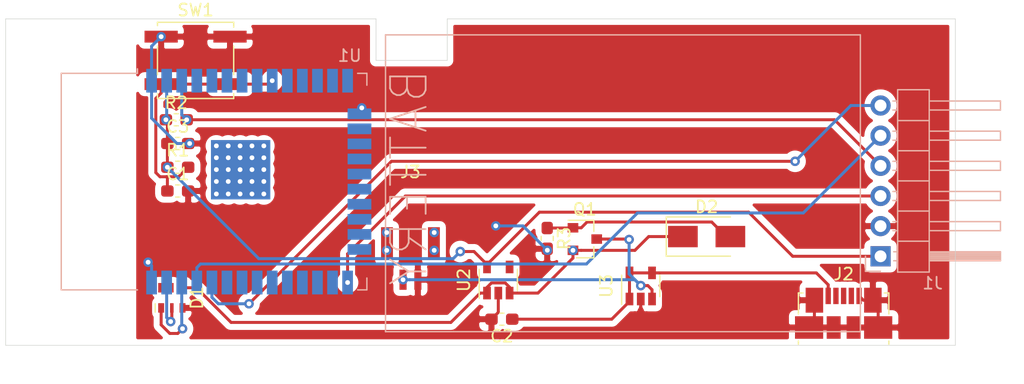
<source format=kicad_pcb>
(kicad_pcb (version 20190421) (host pcbnew "6.0.0-unknown-20800d0~86~ubuntu18.10.1")

  (general
    (thickness 1.6)
    (drawings 13)
    (tracks 177)
    (modules 16)
    (nets 47)
  )

  (page "A4")
  (layers
    (0 "F.Cu" signal)
    (31 "B.Cu" signal)
    (32 "B.Adhes" user)
    (33 "F.Adhes" user)
    (34 "B.Paste" user)
    (35 "F.Paste" user)
    (36 "B.SilkS" user)
    (37 "F.SilkS" user)
    (38 "B.Mask" user)
    (39 "F.Mask" user)
    (40 "Dwgs.User" user)
    (41 "Cmts.User" user)
    (42 "Eco1.User" user)
    (43 "Eco2.User" user)
    (44 "Edge.Cuts" user)
    (45 "Margin" user)
    (46 "B.CrtYd" user)
    (47 "F.CrtYd" user)
    (48 "B.Fab" user)
    (49 "F.Fab" user)
  )

  (setup
    (last_trace_width 0.25)
    (trace_clearance 0.2)
    (zone_clearance 0.508)
    (zone_45_only no)
    (trace_min 0.2)
    (via_size 0.8)
    (via_drill 0.4)
    (via_min_size 0.4)
    (via_min_drill 0.3)
    (uvia_size 0.3)
    (uvia_drill 0.1)
    (uvias_allowed no)
    (uvia_min_size 0.2)
    (uvia_min_drill 0.1)
    (edge_width 0.05)
    (segment_width 0.2)
    (pcb_text_width 0.3)
    (pcb_text_size 1.5 1.5)
    (mod_edge_width 0.12)
    (mod_text_size 1 1)
    (mod_text_width 0.15)
    (pad_size 1.524 1.524)
    (pad_drill 0.762)
    (pad_to_mask_clearance 0.051)
    (solder_mask_min_width 0.25)
    (aux_axis_origin 0 0)
    (visible_elements FFFFFF7F)
    (pcbplotparams
      (layerselection 0x010fc_ffffffff)
      (usegerberextensions false)
      (usegerberattributes false)
      (usegerberadvancedattributes false)
      (creategerberjobfile false)
      (excludeedgelayer true)
      (linewidth 0.100000)
      (plotframeref false)
      (viasonmask false)
      (mode 1)
      (useauxorigin false)
      (hpglpennumber 1)
      (hpglpenspeed 20)
      (hpglpendiameter 15.000000)
      (psnegative false)
      (psa4output false)
      (plotreference true)
      (plotvalue true)
      (plotinvisibletext false)
      (padsonsilk false)
      (subtractmaskfromsilk false)
      (outputformat 1)
      (mirror false)
      (drillshape 1)
      (scaleselection 1)
      (outputdirectory ""))
  )

  (net 0 "")
  (net 1 "GND")
  (net 2 "Net-(C1-Pad1)")
  (net 3 "VUSB")
  (net 4 "Net-(D1-Pad6)")
  (net 5 "Net-(D1-Pad5)")
  (net 6 "Net-(D1-Pad2)")
  (net 7 "Net-(D1-Pad1)")
  (net 8 "RX")
  (net 9 "TX")
  (net 10 "EN")
  (net 11 "IO0")
  (net 12 "+3V3")
  (net 13 "Net-(J2-Pad4)")
  (net 14 "Net-(J2-Pad3)")
  (net 15 "Net-(J2-Pad2)")
  (net 16 "Net-(U1-Pad33)")
  (net 17 "Net-(U1-Pad32)")
  (net 18 "Net-(U1-Pad31)")
  (net 19 "Net-(U1-Pad30)")
  (net 20 "Net-(U1-Pad29)")
  (net 21 "Net-(U1-Pad28)")
  (net 22 "Net-(U1-Pad27)")
  (net 23 "Net-(U1-Pad26)")
  (net 24 "Net-(U1-Pad24)")
  (net 25 "Net-(U1-Pad23)")
  (net 26 "Net-(U1-Pad22)")
  (net 27 "Net-(U1-Pad21)")
  (net 28 "Net-(U1-Pad20)")
  (net 29 "Net-(U1-Pad19)")
  (net 30 "Net-(U1-Pad18)")
  (net 31 "Net-(U1-Pad17)")
  (net 32 "Net-(U1-Pad13)")
  (net 33 "Net-(U1-Pad12)")
  (net 34 "Net-(U1-Pad11)")
  (net 35 "Net-(U1-Pad10)")
  (net 36 "Net-(U1-Pad8)")
  (net 37 "Net-(U1-Pad7)")
  (net 38 "Net-(U1-Pad6)")
  (net 39 "Net-(U1-Pad5)")
  (net 40 "Net-(U1-Pad4)")
  (net 41 "Net-(U2-Pad4)")
  (net 42 "Net-(U1-Pad16)")
  (net 43 "Net-(U1-Pad14)")
  (net 44 "VBUS")
  (net 45 "VIN")
  (net 46 "VBAT")

  (net_class "Default" "This is the default net class."
    (clearance 0.2)
    (trace_width 0.25)
    (via_dia 0.8)
    (via_drill 0.4)
    (uvia_dia 0.3)
    (uvia_drill 0.1)
    (add_net "+3V3")
    (add_net "EN")
    (add_net "GND")
    (add_net "IO0")
    (add_net "Net-(C1-Pad1)")
    (add_net "Net-(D1-Pad1)")
    (add_net "Net-(D1-Pad2)")
    (add_net "Net-(D1-Pad5)")
    (add_net "Net-(D1-Pad6)")
    (add_net "Net-(J2-Pad2)")
    (add_net "Net-(J2-Pad3)")
    (add_net "Net-(J2-Pad4)")
    (add_net "Net-(U1-Pad10)")
    (add_net "Net-(U1-Pad11)")
    (add_net "Net-(U1-Pad12)")
    (add_net "Net-(U1-Pad13)")
    (add_net "Net-(U1-Pad14)")
    (add_net "Net-(U1-Pad16)")
    (add_net "Net-(U1-Pad17)")
    (add_net "Net-(U1-Pad18)")
    (add_net "Net-(U1-Pad19)")
    (add_net "Net-(U1-Pad20)")
    (add_net "Net-(U1-Pad21)")
    (add_net "Net-(U1-Pad22)")
    (add_net "Net-(U1-Pad23)")
    (add_net "Net-(U1-Pad24)")
    (add_net "Net-(U1-Pad26)")
    (add_net "Net-(U1-Pad27)")
    (add_net "Net-(U1-Pad28)")
    (add_net "Net-(U1-Pad29)")
    (add_net "Net-(U1-Pad30)")
    (add_net "Net-(U1-Pad31)")
    (add_net "Net-(U1-Pad32)")
    (add_net "Net-(U1-Pad33)")
    (add_net "Net-(U1-Pad4)")
    (add_net "Net-(U1-Pad5)")
    (add_net "Net-(U1-Pad6)")
    (add_net "Net-(U1-Pad7)")
    (add_net "Net-(U1-Pad8)")
    (add_net "Net-(U2-Pad4)")
    (add_net "RX")
    (add_net "TX")
    (add_net "VBAT")
    (add_net "VBUS")
    (add_net "VIN")
    (add_net "VUSB")
  )

  (module "ricmohte:LED-APA102-2020" (layer "F.Cu") (tedit 5CE835A2) (tstamp 5CE500CC)
    (at 92.5 134.7 90)
    (descr "http://www.led-color.com/upload/201604/APA102-2020%20SMD%20LED.pdf")
    (tags "LED RGB SPI")
    (path "/5CEDF491")
    (attr smd)
    (fp_text reference "D1" (at 0 2.11 90) (layer "F.SilkS")
      (effects (font (size 1 1) (thickness 0.15)))
    )
    (fp_text value "APA102" (at 0 -2 90) (layer "F.Fab")
      (effects (font (size 1 1) (thickness 0.15)))
    )
    (fp_line (start -0.5 -1) (end 1 -1) (layer "F.Fab") (width 0.1))
    (fp_line (start 1 -1) (end 1 1) (layer "F.Fab") (width 0.1))
    (fp_line (start 1 1) (end -1 1) (layer "F.Fab") (width 0.1))
    (fp_line (start -1 1) (end -1 -0.5) (layer "F.Fab") (width 0.1))
    (fp_line (start 1.5 -1.4) (end 1.5 1.4) (layer "F.CrtYd") (width 0.05))
    (fp_line (start -1.2 -1.4) (end -0.5 -1.4) (layer "F.SilkS") (width 0.12))
    (fp_text user "%R" (at 0 0 90) (layer "F.Fab")
      (effects (font (size 1 1) (thickness 0.15)))
    )
    (fp_line (start -0.5 -1) (end -1 -0.5) (layer "F.Fab") (width 0.1))
    (fp_line (start -1.5 -1.4) (end -1.5 1.4) (layer "F.CrtYd") (width 0.05))
    (fp_line (start -0.5 1.4) (end -0.5 1.58) (layer "F.CrtYd") (width 0.05))
    (fp_line (start -0.5 1.58) (end 0.5 1.58) (layer "F.CrtYd") (width 0.05))
    (fp_line (start 0.5 1.58) (end 0.5 1.4) (layer "F.CrtYd") (width 0.05))
    (fp_line (start -0.5 -1.4) (end -0.5 -1.58) (layer "F.CrtYd") (width 0.05))
    (fp_line (start -0.5 -1.58) (end 0.5 -1.58) (layer "F.CrtYd") (width 0.05))
    (fp_line (start 0.5 -1.58) (end 0.5 -1.4) (layer "F.CrtYd") (width 0.05))
    (fp_line (start 0.5 -1.4) (end 1.5 -1.4) (layer "F.CrtYd") (width 0.05))
    (fp_line (start -1.5 -1.4) (end -0.5 -1.4) (layer "F.CrtYd") (width 0.05))
    (fp_line (start -0.5 1.4) (end -1.5 1.4) (layer "F.CrtYd") (width 0.05))
    (fp_line (start 1.5 1.4) (end 0.5 1.4) (layer "F.CrtYd") (width 0.05))
    (pad "1" smd rect (at -0.85 -0.9 90) (size 0.8 0.5) (layers "F.Cu" "F.Paste" "F.Mask")
      (net 7 "Net-(D1-Pad1)"))
    (pad "2" smd rect (at -0.85 0 90) (size 0.8 0.3) (layers "F.Cu" "F.Paste" "F.Mask")
      (net 6 "Net-(D1-Pad2)"))
    (pad "3" smd rect (at -0.85 0.9 90) (size 0.8 0.5) (layers "F.Cu" "F.Paste" "F.Mask")
      (net 1 "GND"))
    (pad "5" smd rect (at 0.85 0 90) (size 0.8 0.3) (layers "F.Cu" "F.Paste" "F.Mask")
      (net 5 "Net-(D1-Pad5)"))
    (pad "4" smd rect (at 0.85 0.9 90) (size 0.8 0.5) (layers "F.Cu" "F.Paste" "F.Mask")
      (net 45 "VIN"))
    (pad "6" smd rect (at 0.85 -0.9 90) (size 0.8 0.5) (layers "F.Cu" "F.Paste" "F.Mask")
      (net 4 "Net-(D1-Pad6)"))
    (model "${KIPRJMOD}/APA102.step"
      (offset (xyz 55.5 35.25 0))
      (scale (xyz 1 1 1))
      (rotate (xyz 0 0 0))
    )
  )

  (module "Resistor_SMD:R_0603_1608Metric_Pad1.05x0.95mm_HandSolder" (layer "F.Cu") (tedit 5B301BBD) (tstamp 5CE83E4D)
    (at 124.12 129.695 270)
    (descr "Resistor SMD 0603 (1608 Metric), square (rectangular) end terminal, IPC_7351 nominal with elongated pad for handsoldering. (Body size source: http://www.tortai-tech.com/upload/download/2011102023233369053.pdf), generated with kicad-footprint-generator")
    (tags "resistor handsolder")
    (path "/5CEA9705")
    (attr smd)
    (fp_text reference "R3" (at 0 -1.43 90) (layer "F.SilkS")
      (effects (font (size 1 1) (thickness 0.15)))
    )
    (fp_text value "R" (at 0 1.43 90) (layer "F.Fab")
      (effects (font (size 1 1) (thickness 0.15)))
    )
    (fp_text user "%R" (at 0 0 90) (layer "F.Fab")
      (effects (font (size 0.4 0.4) (thickness 0.06)))
    )
    (fp_line (start 1.65 0.73) (end -1.65 0.73) (layer "F.CrtYd") (width 0.05))
    (fp_line (start 1.65 -0.73) (end 1.65 0.73) (layer "F.CrtYd") (width 0.05))
    (fp_line (start -1.65 -0.73) (end 1.65 -0.73) (layer "F.CrtYd") (width 0.05))
    (fp_line (start -1.65 0.73) (end -1.65 -0.73) (layer "F.CrtYd") (width 0.05))
    (fp_line (start -0.171267 0.51) (end 0.171267 0.51) (layer "F.SilkS") (width 0.12))
    (fp_line (start -0.171267 -0.51) (end 0.171267 -0.51) (layer "F.SilkS") (width 0.12))
    (fp_line (start 0.8 0.4) (end -0.8 0.4) (layer "F.Fab") (width 0.1))
    (fp_line (start 0.8 -0.4) (end 0.8 0.4) (layer "F.Fab") (width 0.1))
    (fp_line (start -0.8 -0.4) (end 0.8 -0.4) (layer "F.Fab") (width 0.1))
    (fp_line (start -0.8 0.4) (end -0.8 -0.4) (layer "F.Fab") (width 0.1))
    (pad "2" smd roundrect (at 0.875 0 270) (size 1.05 0.95) (layers "F.Cu" "F.Paste" "F.Mask") (roundrect_rratio 0.25)
      (net 1 "GND"))
    (pad "1" smd roundrect (at -0.875 0 270) (size 1.05 0.95) (layers "F.Cu" "F.Paste" "F.Mask") (roundrect_rratio 0.25)
      (net 44 "VBUS"))
    (model "${KISYS3DMOD}/Resistor_SMD.3dshapes/R_0603_1608Metric.wrl"
      (at (xyz 0 0 0))
      (scale (xyz 1 1 1))
      (rotate (xyz 0 0 0))
    )
  )

  (module "Package_TO_SOT_SMD:SOT-23" (layer "F.Cu") (tedit 5A02FF57) (tstamp 5CE83B8D)
    (at 127.29 129.75)
    (descr "SOT-23, Standard")
    (tags "SOT-23")
    (path "/5CE89340")
    (attr smd)
    (fp_text reference "Q1" (at 0 -2.5) (layer "F.SilkS")
      (effects (font (size 1 1) (thickness 0.15)))
    )
    (fp_text value "BSS83P" (at 0 2.5) (layer "F.Fab")
      (effects (font (size 1 1) (thickness 0.15)))
    )
    (fp_line (start 0.76 1.58) (end -0.7 1.58) (layer "F.SilkS") (width 0.12))
    (fp_line (start 0.76 -1.58) (end -1.4 -1.58) (layer "F.SilkS") (width 0.12))
    (fp_line (start -1.7 1.75) (end -1.7 -1.75) (layer "F.CrtYd") (width 0.05))
    (fp_line (start 1.7 1.75) (end -1.7 1.75) (layer "F.CrtYd") (width 0.05))
    (fp_line (start 1.7 -1.75) (end 1.7 1.75) (layer "F.CrtYd") (width 0.05))
    (fp_line (start -1.7 -1.75) (end 1.7 -1.75) (layer "F.CrtYd") (width 0.05))
    (fp_line (start 0.76 -1.58) (end 0.76 -0.65) (layer "F.SilkS") (width 0.12))
    (fp_line (start 0.76 1.58) (end 0.76 0.65) (layer "F.SilkS") (width 0.12))
    (fp_line (start -0.7 1.52) (end 0.7 1.52) (layer "F.Fab") (width 0.1))
    (fp_line (start 0.7 -1.52) (end 0.7 1.52) (layer "F.Fab") (width 0.1))
    (fp_line (start -0.7 -0.95) (end -0.15 -1.52) (layer "F.Fab") (width 0.1))
    (fp_line (start -0.15 -1.52) (end 0.7 -1.52) (layer "F.Fab") (width 0.1))
    (fp_line (start -0.7 -0.95) (end -0.7 1.5) (layer "F.Fab") (width 0.1))
    (fp_text user "%R" (at 0 0 90) (layer "F.Fab")
      (effects (font (size 0.5 0.5) (thickness 0.075)))
    )
    (pad "3" smd rect (at 1 0) (size 0.9 0.8) (layers "F.Cu" "F.Paste" "F.Mask")
      (net 46 "VBAT"))
    (pad "2" smd rect (at -1 0.95) (size 0.9 0.8) (layers "F.Cu" "F.Paste" "F.Mask")
      (net 45 "VIN"))
    (pad "1" smd rect (at -1 -0.95) (size 0.9 0.8) (layers "F.Cu" "F.Paste" "F.Mask")
      (net 44 "VBUS"))
    (model "${KISYS3DMOD}/Package_TO_SOT_SMD.3dshapes/SOT-23.wrl"
      (at (xyz 0 0 0))
      (scale (xyz 1 1 1))
      (rotate (xyz 0 0 0))
    )
  )

  (module "Diode_SMD:D_SMA" (layer "F.Cu") (tedit 586432E5) (tstamp 5CE83A60)
    (at 137.55 129.54)
    (descr "Diode SMA (DO-214AC)")
    (tags "Diode SMA (DO-214AC)")
    (path "/5CEA9707")
    (attr smd)
    (fp_text reference "D2" (at 0 -2.5) (layer "F.SilkS")
      (effects (font (size 1 1) (thickness 0.15)))
    )
    (fp_text value "B140-E3" (at 0 2.6) (layer "F.Fab")
      (effects (font (size 1 1) (thickness 0.15)))
    )
    (fp_line (start -3.4 -1.65) (end 2 -1.65) (layer "F.SilkS") (width 0.12))
    (fp_line (start -3.4 1.65) (end 2 1.65) (layer "F.SilkS") (width 0.12))
    (fp_line (start -0.64944 0.00102) (end 0.50118 -0.79908) (layer "F.Fab") (width 0.1))
    (fp_line (start -0.64944 0.00102) (end 0.50118 0.75032) (layer "F.Fab") (width 0.1))
    (fp_line (start 0.50118 0.75032) (end 0.50118 -0.79908) (layer "F.Fab") (width 0.1))
    (fp_line (start -0.64944 -0.79908) (end -0.64944 0.80112) (layer "F.Fab") (width 0.1))
    (fp_line (start 0.50118 0.00102) (end 1.4994 0.00102) (layer "F.Fab") (width 0.1))
    (fp_line (start -0.64944 0.00102) (end -1.55114 0.00102) (layer "F.Fab") (width 0.1))
    (fp_line (start -3.5 1.75) (end -3.5 -1.75) (layer "F.CrtYd") (width 0.05))
    (fp_line (start 3.5 1.75) (end -3.5 1.75) (layer "F.CrtYd") (width 0.05))
    (fp_line (start 3.5 -1.75) (end 3.5 1.75) (layer "F.CrtYd") (width 0.05))
    (fp_line (start -3.5 -1.75) (end 3.5 -1.75) (layer "F.CrtYd") (width 0.05))
    (fp_line (start 2.3 -1.5) (end -2.3 -1.5) (layer "F.Fab") (width 0.1))
    (fp_line (start 2.3 -1.5) (end 2.3 1.5) (layer "F.Fab") (width 0.1))
    (fp_line (start -2.3 1.5) (end -2.3 -1.5) (layer "F.Fab") (width 0.1))
    (fp_line (start 2.3 1.5) (end -2.3 1.5) (layer "F.Fab") (width 0.1))
    (fp_line (start -3.4 -1.65) (end -3.4 1.65) (layer "F.SilkS") (width 0.12))
    (fp_text user "%R" (at 0 -2.5) (layer "F.Fab")
      (effects (font (size 1 1) (thickness 0.15)))
    )
    (pad "2" smd rect (at 2 0) (size 2.5 1.8) (layers "F.Cu" "F.Paste" "F.Mask")
      (net 44 "VBUS"))
    (pad "1" smd rect (at -2 0) (size 2.5 1.8) (layers "F.Cu" "F.Paste" "F.Mask")
      (net 45 "VIN"))
    (model "${KISYS3DMOD}/Diode_SMD.3dshapes/D_SMA.wrl"
      (at (xyz 0 0 0))
      (scale (xyz 1 1 1))
      (rotate (xyz 0 0 0))
    )
  )

  (module "Connector_PinHeader_2.54mm:PinHeader_1x06_P2.54mm_Horizontal" (layer "B.Cu") (tedit 59FED5CB) (tstamp 5CE4B726)
    (at 152.2 131.2)
    (descr "Through hole angled pin header, 1x06, 2.54mm pitch, 6mm pin length, single row")
    (tags "Through hole angled pin header THT 1x06 2.54mm single row")
    (path "/5CE4C072")
    (fp_text reference "J1" (at 4.385 2.27) (layer "B.SilkS")
      (effects (font (size 1 1) (thickness 0.15)) (justify mirror))
    )
    (fp_text value "Conn_01x06_Female" (at 4.385 -14.97) (layer "B.Fab")
      (effects (font (size 1 1) (thickness 0.15)) (justify mirror))
    )
    (fp_line (start 2.135 1.27) (end 4.04 1.27) (layer "B.Fab") (width 0.1))
    (fp_line (start 4.04 1.27) (end 4.04 -13.97) (layer "B.Fab") (width 0.1))
    (fp_line (start 4.04 -13.97) (end 1.5 -13.97) (layer "B.Fab") (width 0.1))
    (fp_line (start 1.5 -13.97) (end 1.5 0.635) (layer "B.Fab") (width 0.1))
    (fp_line (start 1.5 0.635) (end 2.135 1.27) (layer "B.Fab") (width 0.1))
    (fp_line (start -0.32 0.32) (end 1.5 0.32) (layer "B.Fab") (width 0.1))
    (fp_line (start -0.32 0.32) (end -0.32 -0.32) (layer "B.Fab") (width 0.1))
    (fp_line (start -0.32 -0.32) (end 1.5 -0.32) (layer "B.Fab") (width 0.1))
    (fp_line (start 4.04 0.32) (end 10.04 0.32) (layer "B.Fab") (width 0.1))
    (fp_line (start 10.04 0.32) (end 10.04 -0.32) (layer "B.Fab") (width 0.1))
    (fp_line (start 4.04 -0.32) (end 10.04 -0.32) (layer "B.Fab") (width 0.1))
    (fp_line (start -0.32 -2.22) (end 1.5 -2.22) (layer "B.Fab") (width 0.1))
    (fp_line (start -0.32 -2.22) (end -0.32 -2.86) (layer "B.Fab") (width 0.1))
    (fp_line (start -0.32 -2.86) (end 1.5 -2.86) (layer "B.Fab") (width 0.1))
    (fp_line (start 4.04 -2.22) (end 10.04 -2.22) (layer "B.Fab") (width 0.1))
    (fp_line (start 10.04 -2.22) (end 10.04 -2.86) (layer "B.Fab") (width 0.1))
    (fp_line (start 4.04 -2.86) (end 10.04 -2.86) (layer "B.Fab") (width 0.1))
    (fp_line (start -0.32 -4.76) (end 1.5 -4.76) (layer "B.Fab") (width 0.1))
    (fp_line (start -0.32 -4.76) (end -0.32 -5.4) (layer "B.Fab") (width 0.1))
    (fp_line (start -0.32 -5.4) (end 1.5 -5.4) (layer "B.Fab") (width 0.1))
    (fp_line (start 4.04 -4.76) (end 10.04 -4.76) (layer "B.Fab") (width 0.1))
    (fp_line (start 10.04 -4.76) (end 10.04 -5.4) (layer "B.Fab") (width 0.1))
    (fp_line (start 4.04 -5.4) (end 10.04 -5.4) (layer "B.Fab") (width 0.1))
    (fp_line (start -0.32 -7.3) (end 1.5 -7.3) (layer "B.Fab") (width 0.1))
    (fp_line (start -0.32 -7.3) (end -0.32 -7.94) (layer "B.Fab") (width 0.1))
    (fp_line (start -0.32 -7.94) (end 1.5 -7.94) (layer "B.Fab") (width 0.1))
    (fp_line (start 4.04 -7.3) (end 10.04 -7.3) (layer "B.Fab") (width 0.1))
    (fp_line (start 10.04 -7.3) (end 10.04 -7.94) (layer "B.Fab") (width 0.1))
    (fp_line (start 4.04 -7.94) (end 10.04 -7.94) (layer "B.Fab") (width 0.1))
    (fp_line (start -0.32 -9.84) (end 1.5 -9.84) (layer "B.Fab") (width 0.1))
    (fp_line (start -0.32 -9.84) (end -0.32 -10.48) (layer "B.Fab") (width 0.1))
    (fp_line (start -0.32 -10.48) (end 1.5 -10.48) (layer "B.Fab") (width 0.1))
    (fp_line (start 4.04 -9.84) (end 10.04 -9.84) (layer "B.Fab") (width 0.1))
    (fp_line (start 10.04 -9.84) (end 10.04 -10.48) (layer "B.Fab") (width 0.1))
    (fp_line (start 4.04 -10.48) (end 10.04 -10.48) (layer "B.Fab") (width 0.1))
    (fp_line (start -0.32 -12.38) (end 1.5 -12.38) (layer "B.Fab") (width 0.1))
    (fp_line (start -0.32 -12.38) (end -0.32 -13.02) (layer "B.Fab") (width 0.1))
    (fp_line (start -0.32 -13.02) (end 1.5 -13.02) (layer "B.Fab") (width 0.1))
    (fp_line (start 4.04 -12.38) (end 10.04 -12.38) (layer "B.Fab") (width 0.1))
    (fp_line (start 10.04 -12.38) (end 10.04 -13.02) (layer "B.Fab") (width 0.1))
    (fp_line (start 4.04 -13.02) (end 10.04 -13.02) (layer "B.Fab") (width 0.1))
    (fp_line (start 1.44 1.33) (end 1.44 -14.03) (layer "B.SilkS") (width 0.12))
    (fp_line (start 1.44 -14.03) (end 4.1 -14.03) (layer "B.SilkS") (width 0.12))
    (fp_line (start 4.1 -14.03) (end 4.1 1.33) (layer "B.SilkS") (width 0.12))
    (fp_line (start 4.1 1.33) (end 1.44 1.33) (layer "B.SilkS") (width 0.12))
    (fp_line (start 4.1 0.38) (end 10.1 0.38) (layer "B.SilkS") (width 0.12))
    (fp_line (start 10.1 0.38) (end 10.1 -0.38) (layer "B.SilkS") (width 0.12))
    (fp_line (start 10.1 -0.38) (end 4.1 -0.38) (layer "B.SilkS") (width 0.12))
    (fp_line (start 4.1 0.32) (end 10.1 0.32) (layer "B.SilkS") (width 0.12))
    (fp_line (start 4.1 0.2) (end 10.1 0.2) (layer "B.SilkS") (width 0.12))
    (fp_line (start 4.1 0.08) (end 10.1 0.08) (layer "B.SilkS") (width 0.12))
    (fp_line (start 4.1 -0.04) (end 10.1 -0.04) (layer "B.SilkS") (width 0.12))
    (fp_line (start 4.1 -0.16) (end 10.1 -0.16) (layer "B.SilkS") (width 0.12))
    (fp_line (start 4.1 -0.28) (end 10.1 -0.28) (layer "B.SilkS") (width 0.12))
    (fp_line (start 1.11 0.38) (end 1.44 0.38) (layer "B.SilkS") (width 0.12))
    (fp_line (start 1.11 -0.38) (end 1.44 -0.38) (layer "B.SilkS") (width 0.12))
    (fp_line (start 1.44 -1.27) (end 4.1 -1.27) (layer "B.SilkS") (width 0.12))
    (fp_line (start 4.1 -2.16) (end 10.1 -2.16) (layer "B.SilkS") (width 0.12))
    (fp_line (start 10.1 -2.16) (end 10.1 -2.92) (layer "B.SilkS") (width 0.12))
    (fp_line (start 10.1 -2.92) (end 4.1 -2.92) (layer "B.SilkS") (width 0.12))
    (fp_line (start 1.042929 -2.16) (end 1.44 -2.16) (layer "B.SilkS") (width 0.12))
    (fp_line (start 1.042929 -2.92) (end 1.44 -2.92) (layer "B.SilkS") (width 0.12))
    (fp_line (start 1.44 -3.81) (end 4.1 -3.81) (layer "B.SilkS") (width 0.12))
    (fp_line (start 4.1 -4.7) (end 10.1 -4.7) (layer "B.SilkS") (width 0.12))
    (fp_line (start 10.1 -4.7) (end 10.1 -5.46) (layer "B.SilkS") (width 0.12))
    (fp_line (start 10.1 -5.46) (end 4.1 -5.46) (layer "B.SilkS") (width 0.12))
    (fp_line (start 1.042929 -4.7) (end 1.44 -4.7) (layer "B.SilkS") (width 0.12))
    (fp_line (start 1.042929 -5.46) (end 1.44 -5.46) (layer "B.SilkS") (width 0.12))
    (fp_line (start 1.44 -6.35) (end 4.1 -6.35) (layer "B.SilkS") (width 0.12))
    (fp_line (start 4.1 -7.24) (end 10.1 -7.24) (layer "B.SilkS") (width 0.12))
    (fp_line (start 10.1 -7.24) (end 10.1 -8) (layer "B.SilkS") (width 0.12))
    (fp_line (start 10.1 -8) (end 4.1 -8) (layer "B.SilkS") (width 0.12))
    (fp_line (start 1.042929 -7.24) (end 1.44 -7.24) (layer "B.SilkS") (width 0.12))
    (fp_line (start 1.042929 -8) (end 1.44 -8) (layer "B.SilkS") (width 0.12))
    (fp_line (start 1.44 -8.89) (end 4.1 -8.89) (layer "B.SilkS") (width 0.12))
    (fp_line (start 4.1 -9.78) (end 10.1 -9.78) (layer "B.SilkS") (width 0.12))
    (fp_line (start 10.1 -9.78) (end 10.1 -10.54) (layer "B.SilkS") (width 0.12))
    (fp_line (start 10.1 -10.54) (end 4.1 -10.54) (layer "B.SilkS") (width 0.12))
    (fp_line (start 1.042929 -9.78) (end 1.44 -9.78) (layer "B.SilkS") (width 0.12))
    (fp_line (start 1.042929 -10.54) (end 1.44 -10.54) (layer "B.SilkS") (width 0.12))
    (fp_line (start 1.44 -11.43) (end 4.1 -11.43) (layer "B.SilkS") (width 0.12))
    (fp_line (start 4.1 -12.32) (end 10.1 -12.32) (layer "B.SilkS") (width 0.12))
    (fp_line (start 10.1 -12.32) (end 10.1 -13.08) (layer "B.SilkS") (width 0.12))
    (fp_line (start 10.1 -13.08) (end 4.1 -13.08) (layer "B.SilkS") (width 0.12))
    (fp_line (start 1.042929 -12.32) (end 1.44 -12.32) (layer "B.SilkS") (width 0.12))
    (fp_line (start 1.042929 -13.08) (end 1.44 -13.08) (layer "B.SilkS") (width 0.12))
    (fp_line (start -1.27 0) (end -1.27 1.27) (layer "B.SilkS") (width 0.12))
    (fp_line (start -1.27 1.27) (end 0 1.27) (layer "B.SilkS") (width 0.12))
    (fp_line (start -1.8 1.8) (end -1.8 -14.5) (layer "B.CrtYd") (width 0.05))
    (fp_line (start -1.8 -14.5) (end 10.55 -14.5) (layer "B.CrtYd") (width 0.05))
    (fp_line (start 10.55 -14.5) (end 10.55 1.8) (layer "B.CrtYd") (width 0.05))
    (fp_line (start 10.55 1.8) (end -1.8 1.8) (layer "B.CrtYd") (width 0.05))
    (fp_text user "%R" (at 2.77 -6.35 -90) (layer "B.Fab")
      (effects (font (size 1 1) (thickness 0.15)) (justify mirror))
    )
    (pad "1" thru_hole rect (at 0 0) (size 1.7 1.7) (drill 1) (layers *.Cu *.Mask)
      (net 12 "+3V3"))
    (pad "2" thru_hole oval (at 0 -2.54) (size 1.7 1.7) (drill 1) (layers *.Cu *.Mask)
      (net 1 "GND"))
    (pad "3" thru_hole oval (at 0 -5.08) (size 1.7 1.7) (drill 1) (layers *.Cu *.Mask)
      (net 11 "IO0"))
    (pad "4" thru_hole oval (at 0 -7.62) (size 1.7 1.7) (drill 1) (layers *.Cu *.Mask)
      (net 10 "EN"))
    (pad "5" thru_hole oval (at 0 -10.16) (size 1.7 1.7) (drill 1) (layers *.Cu *.Mask)
      (net 9 "TX"))
    (pad "6" thru_hole oval (at 0 -12.7) (size 1.7 1.7) (drill 1) (layers *.Cu *.Mask)
      (net 8 "RX"))
    (model "${KISYS3DMOD}/Connector_PinHeader_2.54mm.3dshapes/PinHeader_1x06_P2.54mm_Horizontal.wrl"
      (at (xyz 0 0 0))
      (scale (xyz 1 1 1))
      (rotate (xyz 0 0 0))
    )
  )

  (module "ricmohte:BM02B-GHS-TBT" (layer "F.Cu") (tedit 5CE4BB8D) (tstamp 5CE50169)
    (at 112.6 130.1 180)
    (path "/5CE4E6E8")
    (fp_text reference "J3" (at 0 6) (layer "F.SilkS")
      (effects (font (size 1 1) (thickness 0.15)))
    )
    (fp_text value "Conn_01x02_Male" (at 0 -7.5) (layer "F.Fab")
      (effects (font (size 1 1) (thickness 0.15)))
    )
    (pad "1" smd rect (at 0.625 -3.075 180) (size 0.6 1.7) (layers "F.Cu" "F.Paste" "F.Mask")
      (net 46 "VBAT"))
    (pad "2" smd rect (at -0.625 -3.075 180) (size 0.6 1.7) (layers "F.Cu" "F.Paste" "F.Mask")
      (net 1 "GND"))
    (pad "" smd rect (at 1.975 0 180) (size 1 2.7) (layers "F.Cu" "F.Paste" "F.Mask"))
    (pad "" smd rect (at -1.975 0 180) (size 1 2.7) (layers "F.Cu" "F.Paste" "F.Mask"))
  )

  (module "Resistor_SMD:R_0603_1608Metric_Pad1.05x0.95mm_HandSolder" (layer "F.Cu") (tedit 5B301BBD) (tstamp 5CE4FF7A)
    (at 92.875 119.7)
    (descr "Resistor SMD 0603 (1608 Metric), square (rectangular) end terminal, IPC_7351 nominal with elongated pad for handsoldering. (Body size source: http://www.tortai-tech.com/upload/download/2011102023233369053.pdf), generated with kicad-footprint-generator")
    (tags "resistor handsolder")
    (path "/5CE4FE77")
    (attr smd)
    (fp_text reference "R2" (at 0 -1.43) (layer "F.SilkS")
      (effects (font (size 1 1) (thickness 0.15)))
    )
    (fp_text value "R" (at 0 1.43) (layer "F.Fab")
      (effects (font (size 1 1) (thickness 0.15)))
    )
    (fp_line (start -0.8 0.4) (end -0.8 -0.4) (layer "F.Fab") (width 0.1))
    (fp_line (start -0.8 -0.4) (end 0.8 -0.4) (layer "F.Fab") (width 0.1))
    (fp_line (start 0.8 -0.4) (end 0.8 0.4) (layer "F.Fab") (width 0.1))
    (fp_line (start 0.8 0.4) (end -0.8 0.4) (layer "F.Fab") (width 0.1))
    (fp_line (start -0.171267 -0.51) (end 0.171267 -0.51) (layer "F.SilkS") (width 0.12))
    (fp_line (start -0.171267 0.51) (end 0.171267 0.51) (layer "F.SilkS") (width 0.12))
    (fp_line (start -1.65 0.73) (end -1.65 -0.73) (layer "F.CrtYd") (width 0.05))
    (fp_line (start -1.65 -0.73) (end 1.65 -0.73) (layer "F.CrtYd") (width 0.05))
    (fp_line (start 1.65 -0.73) (end 1.65 0.73) (layer "F.CrtYd") (width 0.05))
    (fp_line (start 1.65 0.73) (end -1.65 0.73) (layer "F.CrtYd") (width 0.05))
    (fp_text user "%R" (at 0 0) (layer "F.Fab")
      (effects (font (size 0.4 0.4) (thickness 0.06)))
    )
    (pad "1" smd roundrect (at -0.875 0) (size 1.05 0.95) (layers "F.Cu" "F.Paste" "F.Mask") (roundrect_rratio 0.25)
      (net 12 "+3V3"))
    (pad "2" smd roundrect (at 0.875 0) (size 1.05 0.95) (layers "F.Cu" "F.Paste" "F.Mask") (roundrect_rratio 0.25)
      (net 10 "EN"))
    (model "${KISYS3DMOD}/Resistor_SMD.3dshapes/R_0603_1608Metric.wrl"
      (at (xyz 0 0 0))
      (scale (xyz 1 1 1))
      (rotate (xyz 0 0 0))
    )
  )

  (module "Capacitor_SMD:C_0603_1608Metric_Pad1.05x0.95mm_HandSolder" (layer "F.Cu") (tedit 5B301BBE) (tstamp 5CE4FDFB)
    (at 93 121.7)
    (descr "Capacitor SMD 0603 (1608 Metric), square (rectangular) end terminal, IPC_7351 nominal with elongated pad for handsoldering. (Body size source: http://www.tortai-tech.com/upload/download/2011102023233369053.pdf), generated with kicad-footprint-generator")
    (tags "capacitor handsolder")
    (path "/5CE570CD")
    (attr smd)
    (fp_text reference "C3" (at 0 -1.43) (layer "F.SilkS")
      (effects (font (size 1 1) (thickness 0.15)))
    )
    (fp_text value "1u" (at 0 1.43) (layer "F.Fab")
      (effects (font (size 1 1) (thickness 0.15)))
    )
    (fp_line (start -0.8 0.4) (end -0.8 -0.4) (layer "F.Fab") (width 0.1))
    (fp_line (start -0.8 -0.4) (end 0.8 -0.4) (layer "F.Fab") (width 0.1))
    (fp_line (start 0.8 -0.4) (end 0.8 0.4) (layer "F.Fab") (width 0.1))
    (fp_line (start 0.8 0.4) (end -0.8 0.4) (layer "F.Fab") (width 0.1))
    (fp_line (start -0.171267 -0.51) (end 0.171267 -0.51) (layer "F.SilkS") (width 0.12))
    (fp_line (start -0.171267 0.51) (end 0.171267 0.51) (layer "F.SilkS") (width 0.12))
    (fp_line (start -1.65 0.73) (end -1.65 -0.73) (layer "F.CrtYd") (width 0.05))
    (fp_line (start -1.65 -0.73) (end 1.65 -0.73) (layer "F.CrtYd") (width 0.05))
    (fp_line (start 1.65 -0.73) (end 1.65 0.73) (layer "F.CrtYd") (width 0.05))
    (fp_line (start 1.65 0.73) (end -1.65 0.73) (layer "F.CrtYd") (width 0.05))
    (fp_text user "%R" (at 0 0) (layer "F.Fab")
      (effects (font (size 0.4 0.4) (thickness 0.06)))
    )
    (pad "1" smd roundrect (at -0.875 0) (size 1.05 0.95) (layers "F.Cu" "F.Paste" "F.Mask") (roundrect_rratio 0.25)
      (net 12 "+3V3"))
    (pad "2" smd roundrect (at 0.875 0) (size 1.05 0.95) (layers "F.Cu" "F.Paste" "F.Mask") (roundrect_rratio 0.25)
      (net 1 "GND"))
    (model "${KISYS3DMOD}/Capacitor_SMD.3dshapes/C_0603_1608Metric.wrl"
      (at (xyz 0 0 0))
      (scale (xyz 1 1 1))
      (rotate (xyz 0 0 0))
    )
  )

  (module "Package_TO_SOT_SMD:SOT-23-5" (layer "F.Cu") (tedit 5A02FF57) (tstamp 5CE5022D)
    (at 132 133.7 90)
    (descr "5-pin SOT23 package")
    (tags "SOT-23-5")
    (path "/5CE84B04")
    (attr smd)
    (fp_text reference "U3" (at 0 -2.9 90) (layer "F.SilkS")
      (effects (font (size 1 1) (thickness 0.15)))
    )
    (fp_text value "MCP73811T-420I-OT" (at 0 2.9 90) (layer "F.Fab")
      (effects (font (size 1 1) (thickness 0.15)))
    )
    (fp_text user "%R" (at 0 0) (layer "F.Fab")
      (effects (font (size 0.5 0.5) (thickness 0.075)))
    )
    (fp_line (start -0.9 1.61) (end 0.9 1.61) (layer "F.SilkS") (width 0.12))
    (fp_line (start 0.9 -1.61) (end -1.55 -1.61) (layer "F.SilkS") (width 0.12))
    (fp_line (start -1.9 -1.8) (end 1.9 -1.8) (layer "F.CrtYd") (width 0.05))
    (fp_line (start 1.9 -1.8) (end 1.9 1.8) (layer "F.CrtYd") (width 0.05))
    (fp_line (start 1.9 1.8) (end -1.9 1.8) (layer "F.CrtYd") (width 0.05))
    (fp_line (start -1.9 1.8) (end -1.9 -1.8) (layer "F.CrtYd") (width 0.05))
    (fp_line (start -0.9 -0.9) (end -0.25 -1.55) (layer "F.Fab") (width 0.1))
    (fp_line (start 0.9 -1.55) (end -0.25 -1.55) (layer "F.Fab") (width 0.1))
    (fp_line (start -0.9 -0.9) (end -0.9 1.55) (layer "F.Fab") (width 0.1))
    (fp_line (start 0.9 1.55) (end -0.9 1.55) (layer "F.Fab") (width 0.1))
    (fp_line (start 0.9 -1.55) (end 0.9 1.55) (layer "F.Fab") (width 0.1))
    (pad "1" smd rect (at -1.1 -0.95 90) (size 1.06 0.65) (layers "F.Cu" "F.Paste" "F.Mask")
      (net 3 "VUSB"))
    (pad "2" smd rect (at -1.1 0 90) (size 1.06 0.65) (layers "F.Cu" "F.Paste" "F.Mask")
      (net 1 "GND"))
    (pad "3" smd rect (at -1.1 0.95 90) (size 1.06 0.65) (layers "F.Cu" "F.Paste" "F.Mask")
      (net 46 "VBAT"))
    (pad "4" smd rect (at 1.1 0.95 90) (size 1.06 0.65) (layers "F.Cu" "F.Paste" "F.Mask")
      (net 3 "VUSB"))
    (pad "5" smd rect (at 1.1 -0.95 90) (size 1.06 0.65) (layers "F.Cu" "F.Paste" "F.Mask")
      (net 3 "VUSB"))
    (model "${KISYS3DMOD}/Package_TO_SOT_SMD.3dshapes/SOT-23-5.wrl"
      (at (xyz 0 0 0))
      (scale (xyz 1 1 1))
      (rotate (xyz 0 0 0))
    )
  )

  (module "Package_TO_SOT_SMD:SOT-23-5" (layer "F.Cu") (tedit 5A02FF57) (tstamp 5CE50218)
    (at 120 133.2 90)
    (descr "5-pin SOT23 package")
    (tags "SOT-23-5")
    (path "/5CE4BB78")
    (attr smd)
    (fp_text reference "U2" (at 0 -2.9 90) (layer "F.SilkS")
      (effects (font (size 1 1) (thickness 0.15)))
    )
    (fp_text value "AP2112K-3.3" (at 0 2.9 90) (layer "F.Fab")
      (effects (font (size 1 1) (thickness 0.15)))
    )
    (fp_text user "%R" (at 0 0) (layer "F.Fab")
      (effects (font (size 0.5 0.5) (thickness 0.075)))
    )
    (fp_line (start -0.9 1.61) (end 0.9 1.61) (layer "F.SilkS") (width 0.12))
    (fp_line (start 0.9 -1.61) (end -1.55 -1.61) (layer "F.SilkS") (width 0.12))
    (fp_line (start -1.9 -1.8) (end 1.9 -1.8) (layer "F.CrtYd") (width 0.05))
    (fp_line (start 1.9 -1.8) (end 1.9 1.8) (layer "F.CrtYd") (width 0.05))
    (fp_line (start 1.9 1.8) (end -1.9 1.8) (layer "F.CrtYd") (width 0.05))
    (fp_line (start -1.9 1.8) (end -1.9 -1.8) (layer "F.CrtYd") (width 0.05))
    (fp_line (start -0.9 -0.9) (end -0.25 -1.55) (layer "F.Fab") (width 0.1))
    (fp_line (start 0.9 -1.55) (end -0.25 -1.55) (layer "F.Fab") (width 0.1))
    (fp_line (start -0.9 -0.9) (end -0.9 1.55) (layer "F.Fab") (width 0.1))
    (fp_line (start 0.9 1.55) (end -0.9 1.55) (layer "F.Fab") (width 0.1))
    (fp_line (start 0.9 -1.55) (end 0.9 1.55) (layer "F.Fab") (width 0.1))
    (pad "1" smd rect (at -1.1 -0.95 90) (size 1.06 0.65) (layers "F.Cu" "F.Paste" "F.Mask")
      (net 45 "VIN"))
    (pad "2" smd rect (at -1.1 0 90) (size 1.06 0.65) (layers "F.Cu" "F.Paste" "F.Mask")
      (net 1 "GND"))
    (pad "3" smd rect (at -1.1 0.95 90) (size 1.06 0.65) (layers "F.Cu" "F.Paste" "F.Mask")
      (net 45 "VIN"))
    (pad "4" smd rect (at 1.1 0.95 90) (size 1.06 0.65) (layers "F.Cu" "F.Paste" "F.Mask")
      (net 41 "Net-(U2-Pad4)"))
    (pad "5" smd rect (at 1.1 -0.95 90) (size 1.06 0.65) (layers "F.Cu" "F.Paste" "F.Mask")
      (net 12 "+3V3"))
    (model "${KISYS3DMOD}/Package_TO_SOT_SMD.3dshapes/SOT-23-5.wrl"
      (at (xyz 0 0 0))
      (scale (xyz 1 1 1))
      (rotate (xyz 0 0 0))
    )
  )

  (module "RF_Module:ESP32-WROOM-32" (layer "B.Cu") (tedit 5B5B4654) (tstamp 5CE50203)
    (at 99.05 124.91 270)
    (descr "Single 2.4 GHz Wi-Fi and Bluetooth combo chip https://www.espressif.com/sites/default/files/documentation/esp32-wroom-32_datasheet_en.pdf")
    (tags "Single 2.4 GHz Wi-Fi and Bluetooth combo  chip")
    (path "/5CE4A36D")
    (attr smd)
    (fp_text reference "U1" (at -10.61 -8.43 180) (layer "B.SilkS")
      (effects (font (size 1 1) (thickness 0.15)) (justify mirror))
    )
    (fp_text value "ESP32-WROOM-32" (at 0 -11.5 90) (layer "B.Fab")
      (effects (font (size 1 1) (thickness 0.15)) (justify mirror))
    )
    (fp_text user "%R" (at 0 0 90) (layer "B.Fab")
      (effects (font (size 1 1) (thickness 0.15)) (justify mirror))
    )
    (fp_text user "KEEP-OUT ZONE" (at 0 19 90) (layer "Cmts.User")
      (effects (font (size 1 1) (thickness 0.15)))
    )
    (fp_text user "Antenna" (at 0 13 90) (layer "Cmts.User")
      (effects (font (size 1 1) (thickness 0.15)))
    )
    (fp_text user "5 mm" (at 11.8 14.375 90) (layer "Cmts.User")
      (effects (font (size 0.5 0.5) (thickness 0.1)))
    )
    (fp_text user "5 mm" (at -11.2 14.375 90) (layer "Cmts.User")
      (effects (font (size 0.5 0.5) (thickness 0.1)))
    )
    (fp_text user "5 mm" (at 7.8 19.075 180) (layer "Cmts.User")
      (effects (font (size 0.5 0.5) (thickness 0.1)))
    )
    (fp_line (start -14 9.97) (end -14 20.75) (layer "Dwgs.User") (width 0.1))
    (fp_line (start 9 -9.76) (end 9 15.745) (layer "B.Fab") (width 0.1))
    (fp_line (start -9 -9.76) (end 9 -9.76) (layer "B.Fab") (width 0.1))
    (fp_line (start -9 15.745) (end -9 10.02) (layer "B.Fab") (width 0.1))
    (fp_line (start -9 15.745) (end 9 15.745) (layer "B.Fab") (width 0.1))
    (fp_line (start -9.75 -10.5) (end -9.75 9.72) (layer "B.CrtYd") (width 0.05))
    (fp_line (start -9.75 -10.5) (end 9.75 -10.5) (layer "B.CrtYd") (width 0.05))
    (fp_line (start 9.75 9.72) (end 9.75 -10.5) (layer "B.CrtYd") (width 0.05))
    (fp_line (start -14.25 21) (end 14.25 21) (layer "B.CrtYd") (width 0.05))
    (fp_line (start -9 9.02) (end -9 -9.76) (layer "B.Fab") (width 0.1))
    (fp_line (start -8.5 9.52) (end -9 10.02) (layer "B.Fab") (width 0.1))
    (fp_line (start -9 9.02) (end -8.5 9.52) (layer "B.Fab") (width 0.1))
    (fp_line (start 14 9.97) (end -14 9.97) (layer "Dwgs.User") (width 0.1))
    (fp_line (start 14 9.97) (end 14 20.75) (layer "Dwgs.User") (width 0.1))
    (fp_line (start 14 20.75) (end -14 20.75) (layer "Dwgs.User") (width 0.1))
    (fp_line (start -14.25 21) (end -14.25 9.72) (layer "B.CrtYd") (width 0.05))
    (fp_line (start 14.25 21) (end 14.25 9.72) (layer "B.CrtYd") (width 0.05))
    (fp_line (start -14.25 9.72) (end -9.75 9.72) (layer "B.CrtYd") (width 0.05))
    (fp_line (start 9.75 9.72) (end 14.25 9.72) (layer "B.CrtYd") (width 0.05))
    (fp_line (start -12.525 20.75) (end -14 19.66) (layer "Dwgs.User") (width 0.1))
    (fp_line (start -10.525 20.75) (end -14 18.045) (layer "Dwgs.User") (width 0.1))
    (fp_line (start -8.525 20.75) (end -14 16.43) (layer "Dwgs.User") (width 0.1))
    (fp_line (start -6.525 20.75) (end -14 14.815) (layer "Dwgs.User") (width 0.1))
    (fp_line (start -4.525 20.75) (end -14 13.2) (layer "Dwgs.User") (width 0.1))
    (fp_line (start -2.525 20.75) (end -14 11.585) (layer "Dwgs.User") (width 0.1))
    (fp_line (start -0.525 20.75) (end -14 9.97) (layer "Dwgs.User") (width 0.1))
    (fp_line (start 1.475 20.75) (end -12 9.97) (layer "Dwgs.User") (width 0.1))
    (fp_line (start 3.475 20.75) (end -10 9.97) (layer "Dwgs.User") (width 0.1))
    (fp_line (start -8 9.97) (end 5.475 20.75) (layer "Dwgs.User") (width 0.1))
    (fp_line (start 7.475 20.75) (end -6 9.97) (layer "Dwgs.User") (width 0.1))
    (fp_line (start 9.475 20.75) (end -4 9.97) (layer "Dwgs.User") (width 0.1))
    (fp_line (start 11.475 20.75) (end -2 9.97) (layer "Dwgs.User") (width 0.1))
    (fp_line (start 13.475 20.75) (end 0 9.97) (layer "Dwgs.User") (width 0.1))
    (fp_line (start 14 19.66) (end 2 9.97) (layer "Dwgs.User") (width 0.1))
    (fp_line (start 14 18.045) (end 4 9.97) (layer "Dwgs.User") (width 0.1))
    (fp_line (start 14 16.43) (end 6 9.97) (layer "Dwgs.User") (width 0.1))
    (fp_line (start 14 14.815) (end 8 9.97) (layer "Dwgs.User") (width 0.1))
    (fp_line (start 14 13.2) (end 10 9.97) (layer "Dwgs.User") (width 0.1))
    (fp_line (start 14 11.585) (end 12 9.97) (layer "Dwgs.User") (width 0.1))
    (fp_line (start 9.2 13.875) (end 13.8 13.875) (layer "Cmts.User") (width 0.1))
    (fp_line (start 13.8 13.875) (end 13.6 14.075) (layer "Cmts.User") (width 0.1))
    (fp_line (start 13.8 13.875) (end 13.6 13.675) (layer "Cmts.User") (width 0.1))
    (fp_line (start 9.2 13.875) (end 9.4 14.075) (layer "Cmts.User") (width 0.1))
    (fp_line (start 9.2 13.875) (end 9.4 13.675) (layer "Cmts.User") (width 0.1))
    (fp_line (start -13.8 13.875) (end -13.6 14.075) (layer "Cmts.User") (width 0.1))
    (fp_line (start -13.8 13.875) (end -13.6 13.675) (layer "Cmts.User") (width 0.1))
    (fp_line (start -9.2 13.875) (end -9.4 13.675) (layer "Cmts.User") (width 0.1))
    (fp_line (start -13.8 13.875) (end -9.2 13.875) (layer "Cmts.User") (width 0.1))
    (fp_line (start -9.2 13.875) (end -9.4 14.075) (layer "Cmts.User") (width 0.1))
    (fp_line (start 8.4 16) (end 8.2 16.2) (layer "Cmts.User") (width 0.1))
    (fp_line (start 8.4 16) (end 8.6 16.2) (layer "Cmts.User") (width 0.1))
    (fp_line (start 8.4 20.6) (end 8.6 20.4) (layer "Cmts.User") (width 0.1))
    (fp_line (start 8.4 16) (end 8.4 20.6) (layer "Cmts.User") (width 0.1))
    (fp_line (start 8.4 20.6) (end 8.2 20.4) (layer "Cmts.User") (width 0.1))
    (fp_line (start -9.12 -9.1) (end -9.12 -9.88) (layer "B.SilkS") (width 0.12))
    (fp_line (start -9.12 -9.88) (end -8.12 -9.88) (layer "B.SilkS") (width 0.12))
    (fp_line (start 9.12 -9.1) (end 9.12 -9.88) (layer "B.SilkS") (width 0.12))
    (fp_line (start 9.12 -9.88) (end 8.12 -9.88) (layer "B.SilkS") (width 0.12))
    (fp_line (start -9.12 15.865) (end 9.12 15.865) (layer "B.SilkS") (width 0.12))
    (fp_line (start 9.12 15.865) (end 9.12 9.445) (layer "B.SilkS") (width 0.12))
    (fp_line (start -9.12 15.865) (end -9.12 9.445) (layer "B.SilkS") (width 0.12))
    (fp_line (start -9.12 9.445) (end -9.5 9.445) (layer "B.SilkS") (width 0.12))
    (pad "39" smd rect (at -1 0.755 270) (size 5 5) (layers "B.Cu" "B.Paste" "B.Mask"))
    (pad "1" smd rect (at -8.5 8.255 270) (size 2 0.9) (layers "B.Cu" "B.Paste" "B.Mask")
      (net 1 "GND"))
    (pad "2" smd rect (at -8.5 6.985 270) (size 2 0.9) (layers "B.Cu" "B.Paste" "B.Mask")
      (net 12 "+3V3"))
    (pad "3" smd rect (at -8.5 5.715 270) (size 2 0.9) (layers "B.Cu" "B.Paste" "B.Mask")
      (net 10 "EN"))
    (pad "4" smd rect (at -8.5 4.445 270) (size 2 0.9) (layers "B.Cu" "B.Paste" "B.Mask")
      (net 40 "Net-(U1-Pad4)"))
    (pad "5" smd rect (at -8.5 3.175 270) (size 2 0.9) (layers "B.Cu" "B.Paste" "B.Mask")
      (net 39 "Net-(U1-Pad5)"))
    (pad "6" smd rect (at -8.5 1.905 270) (size 2 0.9) (layers "B.Cu" "B.Paste" "B.Mask")
      (net 38 "Net-(U1-Pad6)"))
    (pad "7" smd rect (at -8.5 0.635 270) (size 2 0.9) (layers "B.Cu" "B.Paste" "B.Mask")
      (net 37 "Net-(U1-Pad7)"))
    (pad "8" smd rect (at -8.5 -0.635 270) (size 2 0.9) (layers "B.Cu" "B.Paste" "B.Mask")
      (net 36 "Net-(U1-Pad8)"))
    (pad "9" smd rect (at -8.5 -1.905 270) (size 2 0.9) (layers "B.Cu" "B.Paste" "B.Mask")
      (net 2 "Net-(C1-Pad1)"))
    (pad "10" smd rect (at -8.5 -3.175 270) (size 2 0.9) (layers "B.Cu" "B.Paste" "B.Mask")
      (net 35 "Net-(U1-Pad10)"))
    (pad "11" smd rect (at -8.5 -4.445 270) (size 2 0.9) (layers "B.Cu" "B.Paste" "B.Mask")
      (net 34 "Net-(U1-Pad11)"))
    (pad "12" smd rect (at -8.5 -5.715 270) (size 2 0.9) (layers "B.Cu" "B.Paste" "B.Mask")
      (net 33 "Net-(U1-Pad12)"))
    (pad "13" smd rect (at -8.5 -6.985 270) (size 2 0.9) (layers "B.Cu" "B.Paste" "B.Mask")
      (net 32 "Net-(U1-Pad13)"))
    (pad "14" smd rect (at -8.5 -8.255 270) (size 2 0.9) (layers "B.Cu" "B.Paste" "B.Mask")
      (net 43 "Net-(U1-Pad14)"))
    (pad "15" smd rect (at -5.715 -9.255 180) (size 2 0.9) (layers "B.Cu" "B.Paste" "B.Mask")
      (net 1 "GND"))
    (pad "16" smd rect (at -4.445 -9.255 180) (size 2 0.9) (layers "B.Cu" "B.Paste" "B.Mask")
      (net 42 "Net-(U1-Pad16)"))
    (pad "17" smd rect (at -3.175 -9.255 180) (size 2 0.9) (layers "B.Cu" "B.Paste" "B.Mask")
      (net 31 "Net-(U1-Pad17)"))
    (pad "18" smd rect (at -1.905 -9.255 180) (size 2 0.9) (layers "B.Cu" "B.Paste" "B.Mask")
      (net 30 "Net-(U1-Pad18)"))
    (pad "19" smd rect (at -0.635 -9.255 180) (size 2 0.9) (layers "B.Cu" "B.Paste" "B.Mask")
      (net 29 "Net-(U1-Pad19)"))
    (pad "20" smd rect (at 0.635 -9.255 180) (size 2 0.9) (layers "B.Cu" "B.Paste" "B.Mask")
      (net 28 "Net-(U1-Pad20)"))
    (pad "21" smd rect (at 1.905 -9.255 180) (size 2 0.9) (layers "B.Cu" "B.Paste" "B.Mask")
      (net 27 "Net-(U1-Pad21)"))
    (pad "22" smd rect (at 3.175 -9.255 180) (size 2 0.9) (layers "B.Cu" "B.Paste" "B.Mask")
      (net 26 "Net-(U1-Pad22)"))
    (pad "23" smd rect (at 4.445 -9.255 180) (size 2 0.9) (layers "B.Cu" "B.Paste" "B.Mask")
      (net 25 "Net-(U1-Pad23)"))
    (pad "24" smd rect (at 5.715 -9.255 180) (size 2 0.9) (layers "B.Cu" "B.Paste" "B.Mask")
      (net 24 "Net-(U1-Pad24)"))
    (pad "25" smd rect (at 8.5 -8.255 270) (size 2 0.9) (layers "B.Cu" "B.Paste" "B.Mask")
      (net 11 "IO0"))
    (pad "26" smd rect (at 8.5 -6.985 270) (size 2 0.9) (layers "B.Cu" "B.Paste" "B.Mask")
      (net 23 "Net-(U1-Pad26)"))
    (pad "27" smd rect (at 8.5 -5.715 270) (size 2 0.9) (layers "B.Cu" "B.Paste" "B.Mask")
      (net 22 "Net-(U1-Pad27)"))
    (pad "28" smd rect (at 8.5 -4.445 270) (size 2 0.9) (layers "B.Cu" "B.Paste" "B.Mask")
      (net 21 "Net-(U1-Pad28)"))
    (pad "29" smd rect (at 8.5 -3.175 270) (size 2 0.9) (layers "B.Cu" "B.Paste" "B.Mask")
      (net 20 "Net-(U1-Pad29)"))
    (pad "30" smd rect (at 8.5 -1.905 270) (size 2 0.9) (layers "B.Cu" "B.Paste" "B.Mask")
      (net 19 "Net-(U1-Pad30)"))
    (pad "31" smd rect (at 8.5 -0.635 270) (size 2 0.9) (layers "B.Cu" "B.Paste" "B.Mask")
      (net 18 "Net-(U1-Pad31)"))
    (pad "32" smd rect (at 8.5 0.635 270) (size 2 0.9) (layers "B.Cu" "B.Paste" "B.Mask")
      (net 17 "Net-(U1-Pad32)"))
    (pad "33" smd rect (at 8.5 1.905 270) (size 2 0.9) (layers "B.Cu" "B.Paste" "B.Mask")
      (net 16 "Net-(U1-Pad33)"))
    (pad "34" smd rect (at 8.5 3.175 270) (size 2 0.9) (layers "B.Cu" "B.Paste" "B.Mask")
      (net 8 "RX"))
    (pad "35" smd rect (at 8.5 4.445 270) (size 2 0.9) (layers "B.Cu" "B.Paste" "B.Mask")
      (net 9 "TX"))
    (pad "36" smd rect (at 8.5 5.715 270) (size 2 0.9) (layers "B.Cu" "B.Paste" "B.Mask")
      (net 7 "Net-(D1-Pad1)"))
    (pad "37" smd rect (at 8.5 6.985 270) (size 2 0.9) (layers "B.Cu" "B.Paste" "B.Mask")
      (net 6 "Net-(D1-Pad2)"))
    (pad "38" smd rect (at 8.5 8.255 270) (size 2 0.9) (layers "B.Cu" "B.Paste" "B.Mask")
      (net 1 "GND"))
    (model "${KISYS3DMOD}/RF_Module.3dshapes/ESP32-WROOM-32.wrl"
      (at (xyz 0 0 0))
      (scale (xyz 1 1 1))
      (rotate (xyz 0 0 0))
    )
  )

  (module "Button_Switch_SMD:SW_Push_1P1T_NO_CK_KSC7xxJ" (layer "F.Cu") (tedit 5C63FE2A) (tstamp 5CE50194)
    (at 94.5 114.7 180)
    (descr "CK components KSC7 tactile switch https://www.ckswitches.com/media/1973/ksc7.pdf")
    (tags "tactile switch ksc7")
    (path "/5CEE828E")
    (attr smd)
    (fp_text reference "SW1" (at 0 4.24) (layer "F.SilkS")
      (effects (font (size 1 1) (thickness 0.15)))
    )
    (fp_text value "SW_Push" (at 0 -4.23) (layer "F.Fab")
      (effects (font (size 1 1) (thickness 0.15)))
    )
    (fp_line (start -3.1 -3.1) (end 3.1 -3.1) (layer "F.Fab") (width 0.1))
    (fp_line (start 3.1 -3.1) (end 3.1 3.1) (layer "F.Fab") (width 0.1))
    (fp_line (start 3.1 3.1) (end -3.1 3.1) (layer "F.Fab") (width 0.1))
    (fp_line (start -3.1 3.1) (end -3.1 -3.1) (layer "F.Fab") (width 0.1))
    (fp_text user "%R" (at 0 0) (layer "F.Fab")
      (effects (font (size 1 1) (thickness 0.15)))
    )
    (fp_line (start -4.55 -3.35) (end 4.55 -3.35) (layer "F.CrtYd") (width 0.05))
    (fp_line (start 4.55 -3.35) (end 4.55 3.35) (layer "F.CrtYd") (width 0.05))
    (fp_line (start 4.55 3.35) (end -4.55 3.35) (layer "F.CrtYd") (width 0.05))
    (fp_line (start -4.55 3.35) (end -4.55 -3.35) (layer "F.CrtYd") (width 0.05))
    (fp_circle (center 0 0) (end 1.5 0) (layer "F.Fab") (width 0.1))
    (fp_line (start -3.21 2.8) (end -3.21 3.21) (layer "F.SilkS") (width 0.12))
    (fp_line (start -3.21 3.21) (end 3.21 3.21) (layer "F.SilkS") (width 0.12))
    (fp_line (start 3.21 3.21) (end 3.21 2.93) (layer "F.SilkS") (width 0.12))
    (fp_line (start 3.21 1.2) (end 3.21 -1.2) (layer "F.SilkS") (width 0.12))
    (fp_line (start 3.21 -2.8) (end 3.21 -3.21) (layer "F.SilkS") (width 0.12))
    (fp_line (start 3.21 -3.21) (end -3.21 -3.21) (layer "F.SilkS") (width 0.12))
    (fp_line (start -3.21 -3.21) (end -3.21 -2.8) (layer "F.SilkS") (width 0.12))
    (fp_line (start -3.21 -1.2) (end -3.21 1.2) (layer "F.SilkS") (width 0.12))
    (pad "1" smd rect (at -2.9 -2 180) (size 2.8 1) (layers "F.Cu" "F.Paste" "F.Mask")
      (net 2 "Net-(C1-Pad1)"))
    (pad "1" smd rect (at 2.9 -2 180) (size 2.8 1) (layers "F.Cu" "F.Paste" "F.Mask")
      (net 2 "Net-(C1-Pad1)"))
    (pad "2" smd rect (at -2.9 2 180) (size 2.8 1) (layers "F.Cu" "F.Paste" "F.Mask")
      (net 1 "GND"))
    (pad "2" smd rect (at 2.9 2 180) (size 2.8 1) (layers "F.Cu" "F.Paste" "F.Mask")
      (net 1 "GND"))
    (model "${KISYS3DMOD}/Button_Switch_SMD.3dshapes/SW_push_1P1T_NO_CK_KSC7xxJxxx.wrl"
      (at (xyz 0 0 0))
      (scale (xyz 1 1 1))
      (rotate (xyz 0 0 0))
    )
    (model "${KISYS3DMOD}/Button_Switch_SMD.3dshapes/SW_SPST_PTS645.step"
      (at (xyz 0 0 0))
      (scale (xyz 1 1 1))
      (rotate (xyz 0 0 0))
    )
  )

  (module "Resistor_SMD:R_0603_1608Metric_Pad1.05x0.95mm_HandSolder" (layer "F.Cu") (tedit 5B301BBD) (tstamp 5CE5017A)
    (at 93 123.7)
    (descr "Resistor SMD 0603 (1608 Metric), square (rectangular) end terminal, IPC_7351 nominal with elongated pad for handsoldering. (Body size source: http://www.tortai-tech.com/upload/download/2011102023233369053.pdf), generated with kicad-footprint-generator")
    (tags "resistor handsolder")
    (path "/5CEF8EE9")
    (attr smd)
    (fp_text reference "R1" (at 0 -1.43) (layer "F.SilkS")
      (effects (font (size 1 1) (thickness 0.15)))
    )
    (fp_text value "10k" (at 0 1.43) (layer "F.Fab")
      (effects (font (size 1 1) (thickness 0.15)))
    )
    (fp_line (start -0.8 0.4) (end -0.8 -0.4) (layer "F.Fab") (width 0.1))
    (fp_line (start -0.8 -0.4) (end 0.8 -0.4) (layer "F.Fab") (width 0.1))
    (fp_line (start 0.8 -0.4) (end 0.8 0.4) (layer "F.Fab") (width 0.1))
    (fp_line (start 0.8 0.4) (end -0.8 0.4) (layer "F.Fab") (width 0.1))
    (fp_line (start -0.171267 -0.51) (end 0.171267 -0.51) (layer "F.SilkS") (width 0.12))
    (fp_line (start -0.171267 0.51) (end 0.171267 0.51) (layer "F.SilkS") (width 0.12))
    (fp_line (start -1.65 0.73) (end -1.65 -0.73) (layer "F.CrtYd") (width 0.05))
    (fp_line (start -1.65 -0.73) (end 1.65 -0.73) (layer "F.CrtYd") (width 0.05))
    (fp_line (start 1.65 -0.73) (end 1.65 0.73) (layer "F.CrtYd") (width 0.05))
    (fp_line (start 1.65 0.73) (end -1.65 0.73) (layer "F.CrtYd") (width 0.05))
    (fp_text user "%R" (at 0 0) (layer "F.Fab")
      (effects (font (size 0.4 0.4) (thickness 0.06)))
    )
    (pad "1" smd roundrect (at -0.875 0) (size 1.05 0.95) (layers "F.Cu" "F.Paste" "F.Mask") (roundrect_rratio 0.25)
      (net 12 "+3V3"))
    (pad "2" smd roundrect (at 0.875 0) (size 1.05 0.95) (layers "F.Cu" "F.Paste" "F.Mask") (roundrect_rratio 0.25)
      (net 2 "Net-(C1-Pad1)"))
    (model "${KISYS3DMOD}/Resistor_SMD.3dshapes/R_0603_1608Metric.wrl"
      (at (xyz 0 0 0))
      (scale (xyz 1 1 1))
      (rotate (xyz 0 0 0))
    )
  )

  (module "Connector_USB:USB_Micro-B_Molex_47346-0001" (layer "F.Cu") (tedit 5A1DC0BD) (tstamp 5CE4D150)
    (at 149.09 136)
    (descr "Micro USB B receptable with flange, bottom-mount, SMD, right-angle (http://www.molex.com/pdm_docs/sd/473460001_sd.pdf)")
    (tags "Micro B USB SMD")
    (path "/5CE4EB7C")
    (attr smd)
    (fp_text reference "J2" (at 0 -3.3 180) (layer "F.SilkS")
      (effects (font (size 1 1) (thickness 0.15)))
    )
    (fp_text value "USB_B_Micro" (at 0 4.6 180) (layer "F.Fab")
      (effects (font (size 1 1) (thickness 0.15)))
    )
    (fp_text user "PCB Edge" (at 0 2.67 180) (layer "Dwgs.User")
      (effects (font (size 0.4 0.4) (thickness 0.04)))
    )
    (fp_text user "%R" (at 0 0.9 -270) (layer "F.Fab")
      (effects (font (size 1 1) (thickness 0.15)))
    )
    (fp_line (start 3.81 -1.71) (end 3.43 -1.71) (layer "F.SilkS") (width 0.12))
    (fp_line (start 4.6 3.9) (end -4.6 3.9) (layer "F.CrtYd") (width 0.05))
    (fp_line (start 4.6 -2.7) (end 4.6 3.9) (layer "F.CrtYd") (width 0.05))
    (fp_line (start -4.6 -2.7) (end 4.6 -2.7) (layer "F.CrtYd") (width 0.05))
    (fp_line (start -4.6 3.9) (end -4.6 -2.7) (layer "F.CrtYd") (width 0.05))
    (fp_line (start 3.75 3.35) (end -3.75 3.35) (layer "F.Fab") (width 0.1))
    (fp_line (start 3.75 -1.65) (end 3.75 3.35) (layer "F.Fab") (width 0.1))
    (fp_line (start -3.75 -1.65) (end 3.75 -1.65) (layer "F.Fab") (width 0.1))
    (fp_line (start -3.75 3.35) (end -3.75 -1.65) (layer "F.Fab") (width 0.1))
    (fp_line (start 3.81 2.34) (end 3.81 2.6) (layer "F.SilkS") (width 0.12))
    (fp_line (start 3.81 -1.71) (end 3.81 0.06) (layer "F.SilkS") (width 0.12))
    (fp_line (start -3.81 -1.71) (end -3.43 -1.71) (layer "F.SilkS") (width 0.12))
    (fp_line (start -3.81 0.06) (end -3.81 -1.71) (layer "F.SilkS") (width 0.12))
    (fp_line (start -3.81 2.6) (end -3.81 2.34) (layer "F.SilkS") (width 0.12))
    (fp_line (start -3.25 2.65) (end 3.25 2.65) (layer "F.Fab") (width 0.1))
    (pad "1" smd rect (at -1.3 -1.46) (size 0.45 1.38) (layers "F.Cu" "F.Paste" "F.Mask")
      (net 3 "VUSB"))
    (pad "2" smd rect (at -0.65 -1.46) (size 0.45 1.38) (layers "F.Cu" "F.Paste" "F.Mask")
      (net 15 "Net-(J2-Pad2)"))
    (pad "3" smd rect (at 0 -1.46) (size 0.45 1.38) (layers "F.Cu" "F.Paste" "F.Mask")
      (net 14 "Net-(J2-Pad3)"))
    (pad "4" smd rect (at 0.65 -1.46) (size 0.45 1.38) (layers "F.Cu" "F.Paste" "F.Mask")
      (net 13 "Net-(J2-Pad4)"))
    (pad "5" smd rect (at 1.3 -1.46) (size 0.45 1.38) (layers "F.Cu" "F.Paste" "F.Mask")
      (net 1 "GND"))
    (pad "6" smd rect (at -2.4625 -1.1) (size 1.475 2.1) (layers "F.Cu" "F.Paste" "F.Mask")
      (net 1 "GND"))
    (pad "6" smd rect (at 2.4625 -1.1) (size 1.475 2.1) (layers "F.Cu" "F.Paste" "F.Mask")
      (net 1 "GND"))
    (pad "6" smd rect (at -2.91 1.2) (size 2.375 1.9) (layers "F.Cu" "F.Paste" "F.Mask")
      (net 1 "GND"))
    (pad "6" smd rect (at 2.91 1.2) (size 2.375 1.9) (layers "F.Cu" "F.Paste" "F.Mask")
      (net 1 "GND"))
    (pad "6" smd rect (at -0.84 1.2) (size 1.175 1.9) (layers "F.Cu" "F.Paste" "F.Mask")
      (net 1 "GND"))
    (pad "6" smd rect (at 0.84 1.2) (size 1.175 1.9) (layers "F.Cu" "F.Paste" "F.Mask")
      (net 1 "GND"))
    (model "${KISYS3DMOD}/Connector_USB.3dshapes/USB_Micro-B_Molex_47346-0001.wrl"
      (at (xyz 0 0 0))
      (scale (xyz 1 1 1))
      (rotate (xyz 0 0 0))
    )
  )

  (module "Capacitor_SMD:C_0603_1608Metric_Pad1.05x0.95mm_HandSolder" (layer "F.Cu") (tedit 5B301BBE) (tstamp 5CE500B6)
    (at 120.3 136.5 180)
    (descr "Capacitor SMD 0603 (1608 Metric), square (rectangular) end terminal, IPC_7351 nominal with elongated pad for handsoldering. (Body size source: http://www.tortai-tech.com/upload/download/2011102023233369053.pdf), generated with kicad-footprint-generator")
    (tags "capacitor handsolder")
    (path "/5CE8B954")
    (attr smd)
    (fp_text reference "C2" (at 0 -1.43) (layer "F.SilkS")
      (effects (font (size 1 1) (thickness 0.15)))
    )
    (fp_text value "1u" (at 0 1.43) (layer "F.Fab")
      (effects (font (size 1 1) (thickness 0.15)))
    )
    (fp_line (start -0.8 0.4) (end -0.8 -0.4) (layer "F.Fab") (width 0.1))
    (fp_line (start -0.8 -0.4) (end 0.8 -0.4) (layer "F.Fab") (width 0.1))
    (fp_line (start 0.8 -0.4) (end 0.8 0.4) (layer "F.Fab") (width 0.1))
    (fp_line (start 0.8 0.4) (end -0.8 0.4) (layer "F.Fab") (width 0.1))
    (fp_line (start -0.171267 -0.51) (end 0.171267 -0.51) (layer "F.SilkS") (width 0.12))
    (fp_line (start -0.171267 0.51) (end 0.171267 0.51) (layer "F.SilkS") (width 0.12))
    (fp_line (start -1.65 0.73) (end -1.65 -0.73) (layer "F.CrtYd") (width 0.05))
    (fp_line (start -1.65 -0.73) (end 1.65 -0.73) (layer "F.CrtYd") (width 0.05))
    (fp_line (start 1.65 -0.73) (end 1.65 0.73) (layer "F.CrtYd") (width 0.05))
    (fp_line (start 1.65 0.73) (end -1.65 0.73) (layer "F.CrtYd") (width 0.05))
    (fp_text user "%R" (at 0 0) (layer "F.Fab")
      (effects (font (size 0.4 0.4) (thickness 0.06)))
    )
    (pad "1" smd roundrect (at -0.875 0 180) (size 1.05 0.95) (layers "F.Cu" "F.Paste" "F.Mask") (roundrect_rratio 0.25)
      (net 3 "VUSB"))
    (pad "2" smd roundrect (at 0.875 0 180) (size 1.05 0.95) (layers "F.Cu" "F.Paste" "F.Mask") (roundrect_rratio 0.25)
      (net 1 "GND"))
    (model "${KISYS3DMOD}/Capacitor_SMD.3dshapes/C_0603_1608Metric.wrl"
      (at (xyz 0 0 0))
      (scale (xyz 1 1 1))
      (rotate (xyz 0 0 0))
    )
  )

  (module "Capacitor_SMD:C_0603_1608Metric_Pad1.05x0.95mm_HandSolder" (layer "F.Cu") (tedit 5B301BBE) (tstamp 5CE4BC4C)
    (at 93 125.7)
    (descr "Capacitor SMD 0603 (1608 Metric), square (rectangular) end terminal, IPC_7351 nominal with elongated pad for handsoldering. (Body size source: http://www.tortai-tech.com/upload/download/2011102023233369053.pdf), generated with kicad-footprint-generator")
    (tags "capacitor handsolder")
    (path "/5CEF0C6A")
    (attr smd)
    (fp_text reference "C1" (at 0 -1.43) (layer "F.SilkS")
      (effects (font (size 1 1) (thickness 0.15)))
    )
    (fp_text value "0.1u" (at 0 1.43) (layer "F.Fab")
      (effects (font (size 1 1) (thickness 0.15)))
    )
    (fp_line (start -0.8 0.4) (end -0.8 -0.4) (layer "F.Fab") (width 0.1))
    (fp_line (start -0.8 -0.4) (end 0.8 -0.4) (layer "F.Fab") (width 0.1))
    (fp_line (start 0.8 -0.4) (end 0.8 0.4) (layer "F.Fab") (width 0.1))
    (fp_line (start 0.8 0.4) (end -0.8 0.4) (layer "F.Fab") (width 0.1))
    (fp_line (start -0.171267 -0.51) (end 0.171267 -0.51) (layer "F.SilkS") (width 0.12))
    (fp_line (start -0.171267 0.51) (end 0.171267 0.51) (layer "F.SilkS") (width 0.12))
    (fp_line (start -1.65 0.73) (end -1.65 -0.73) (layer "F.CrtYd") (width 0.05))
    (fp_line (start -1.65 -0.73) (end 1.65 -0.73) (layer "F.CrtYd") (width 0.05))
    (fp_line (start 1.65 -0.73) (end 1.65 0.73) (layer "F.CrtYd") (width 0.05))
    (fp_line (start 1.65 0.73) (end -1.65 0.73) (layer "F.CrtYd") (width 0.05))
    (fp_text user "%R" (at 0 0) (layer "F.Fab")
      (effects (font (size 0.4 0.4) (thickness 0.06)))
    )
    (pad "1" smd roundrect (at -0.875 0) (size 1.05 0.95) (layers "F.Cu" "F.Paste" "F.Mask") (roundrect_rratio 0.25)
      (net 2 "Net-(C1-Pad1)"))
    (pad "2" smd roundrect (at 0.875 0) (size 1.05 0.95) (layers "F.Cu" "F.Paste" "F.Mask") (roundrect_rratio 0.25)
      (net 1 "GND"))
    (model "${KISYS3DMOD}/Capacitor_SMD.3dshapes/C_0603_1608Metric.wrl"
      (at (xyz 0 0 0))
      (scale (xyz 1 1 1))
      (rotate (xyz 0 0 0))
    )
  )

  (gr_line (start 115.7 111.2) (end 158.5 111.2) (layer "Edge.Cuts") (width 0.05) (tstamp 5CE4D37B))
  (gr_line (start 115.7 114.7) (end 115.7 111.2) (layer "Edge.Cuts") (width 0.05))
  (gr_line (start 109.7 114.7) (end 115.7 114.7) (layer "Edge.Cuts") (width 0.05))
  (gr_line (start 109.7 111.2) (end 109.7 114.7) (layer "Edge.Cuts") (width 0.05))
  (gr_line (start 158.5 138.7) (end 78.5 138.7) (layer "Edge.Cuts") (width 0.05) (tstamp 5CE4B885))
  (gr_line (start 158.5 111.2) (end 158.5 138.7) (layer "Edge.Cuts") (width 0.05))
  (gr_line (start 78.5 111.2) (end 109.7 111.2) (layer "Edge.Cuts") (width 0.05))
  (gr_line (start 78.5 138.7) (end 78.5 111.2) (layer "Edge.Cuts") (width 0.05))
  (gr_text "BATTERY" (at 112.5 124.55 90) (layer "B.SilkS")
    (effects (font (size 3 3) (thickness 0.15)) (justify mirror))
  )
  (gr_line (start 150.5 112.55) (end 110.5 112.55) (layer "B.SilkS") (width 0.12) (tstamp 5CE4B199))
  (gr_line (start 150.5 137.55) (end 150.5 112.55) (layer "B.SilkS") (width 0.12))
  (gr_line (start 110.5 137.55) (end 150.5 137.55) (layer "B.SilkS") (width 0.12))
  (gr_line (start 110.5 112.55) (end 110.5 137.55) (layer "B.SilkS") (width 0.12))

  (via (at 96.25 125.95) (size 0.8) (drill 0.4) (layers "F.Cu" "B.Cu") (net 0))
  (via (at 96.25 124.9) (size 0.8) (drill 0.4) (layers "F.Cu" "B.Cu") (net 0) (tstamp 5CE4BF0C))
  (via (at 96.25 123.9) (size 0.8) (drill 0.4) (layers "F.Cu" "B.Cu") (net 0) (tstamp 5CE4BF0E))
  (via (at 96.25 122.9) (size 0.8) (drill 0.4) (layers "F.Cu" "B.Cu") (net 0) (tstamp 5CE4BF10))
  (via (at 96.25 121.9) (size 0.8) (drill 0.4) (layers "F.Cu" "B.Cu") (net 0) (tstamp 5CE4BF12))
  (via (at 97.25 125.95) (size 0.8) (drill 0.4) (layers "F.Cu" "B.Cu") (net 0) (tstamp 5CE4C3DE))
  (via (at 97.25 122.9) (size 0.8) (drill 0.4) (layers "F.Cu" "B.Cu") (net 0) (tstamp 5CE4C3DF))
  (via (at 97.25 121.9) (size 0.8) (drill 0.4) (layers "F.Cu" "B.Cu") (net 0) (tstamp 5CE4C3E0))
  (via (at 97.25 124.9) (size 0.8) (drill 0.4) (layers "F.Cu" "B.Cu") (net 0) (tstamp 5CE4C3E1))
  (via (at 97.25 123.9) (size 0.8) (drill 0.4) (layers "F.Cu" "B.Cu") (net 0) (tstamp 5CE4C3E2))
  (via (at 98.25 125.95) (size 0.8) (drill 0.4) (layers "F.Cu" "B.Cu") (net 0) (tstamp 5CE4C3E8))
  (via (at 98.25 122.9) (size 0.8) (drill 0.4) (layers "F.Cu" "B.Cu") (net 0) (tstamp 5CE4C3E9))
  (via (at 98.25 124.9) (size 0.8) (drill 0.4) (layers "F.Cu" "B.Cu") (net 0) (tstamp 5CE4C3EA))
  (via (at 98.25 123.9) (size 0.8) (drill 0.4) (layers "F.Cu" "B.Cu") (net 0) (tstamp 5CE4C3EB))
  (via (at 98.25 121.9) (size 0.8) (drill 0.4) (layers "F.Cu" "B.Cu") (net 0) (tstamp 5CE4C3EC))
  (via (at 99.25 124.9) (size 0.8) (drill 0.4) (layers "F.Cu" "B.Cu") (net 0) (tstamp 5CE4C3F2))
  (via (at 99.25 125.95) (size 0.8) (drill 0.4) (layers "F.Cu" "B.Cu") (net 0) (tstamp 5CE4C3F3))
  (via (at 99.25 122.9) (size 0.8) (drill 0.4) (layers "F.Cu" "B.Cu") (net 0) (tstamp 5CE4C3F4))
  (via (at 99.25 121.9) (size 0.8) (drill 0.4) (layers "F.Cu" "B.Cu") (net 0) (tstamp 5CE4C3F5))
  (via (at 99.25 123.9) (size 0.8) (drill 0.4) (layers "F.Cu" "B.Cu") (net 0) (tstamp 5CE4C3F6))
  (via (at 100.25 124.9) (size 0.8) (drill 0.4) (layers "F.Cu" "B.Cu") (net 0) (tstamp 5CE4C3FC))
  (via (at 100.25 121.9) (size 0.8) (drill 0.4) (layers "F.Cu" "B.Cu") (net 0) (tstamp 5CE4C3FD))
  (via (at 100.25 123.9) (size 0.8) (drill 0.4) (layers "F.Cu" "B.Cu") (net 0) (tstamp 5CE4C3FE))
  (via (at 100.25 122.9) (size 0.8) (drill 0.4) (layers "F.Cu" "B.Cu") (net 0) (tstamp 5CE4C3FF))
  (via (at 100.25 125.95) (size 0.8) (drill 0.4) (layers "F.Cu" "B.Cu") (net 0) (tstamp 5CE4C400))
  (via (at 110.6 130.7) (size 0.8) (drill 0.4) (layers "F.Cu" "B.Cu") (net 0) (tstamp 5CE6756A))
  (via (at 110.6 129.2) (size 0.8) (drill 0.4) (layers "F.Cu" "B.Cu") (net 0) (tstamp 5CE67567))
  (via (at 114.6 129.2) (size 0.8) (drill 0.4) (layers "F.Cu" "B.Cu") (net 0) (tstamp 5CE6756D))
  (via (at 114.6 130.7) (size 0.8) (drill 0.4) (layers "F.Cu" "B.Cu") (net 0) (tstamp 5CE67564))
  (via (at 124.13 130.69) (size 0.8) (drill 0.4) (layers "F.Cu" "B.Cu") (net 1))
  (via (at 94 121.7) (size 0.8) (drill 0.4) (layers "F.Cu" "B.Cu") (net 1))
  (segment (start 93.875 121.7) (end 94 121.7) (width 0.25) (layer "F.Cu") (net 1))
  (segment (start 90.795 117.66) (end 90.795 116.41) (width 0.25) (layer "B.Cu") (net 1))
  (segment (start 90.795 119.568002) (end 90.795 117.66) (width 0.25) (layer "B.Cu") (net 1))
  (segment (start 92.926998 121.7) (end 90.795 119.568002) (width 0.25) (layer "B.Cu") (net 1))
  (segment (start 94 121.7) (end 92.926998 121.7) (width 0.25) (layer "B.Cu") (net 1))
  (via (at 91.6 112.7) (size 0.8) (drill 0.4) (layers "F.Cu" "B.Cu") (net 1))
  (segment (start 90.795 116.41) (end 90.795 113.505) (width 0.25) (layer "B.Cu") (net 1))
  (segment (start 90.795 113.505) (end 91.6 112.7) (width 0.25) (layer "B.Cu") (net 1))
  (segment (start 91.6 112.7) (end 97.4 112.7) (width 0.25) (layer "F.Cu") (net 1))
  (segment (start 155.55 128.66) (end 156.5 128.66) (width 0.25) (layer "F.Cu") (net 1))
  (segment (start 132 134.8) (end 132 135.58) (width 0.25) (layer "F.Cu") (net 1))
  (segment (start 120 135.925) (end 119.425 136.5) (width 0.25) (layer "F.Cu") (net 1))
  (segment (start 120 134.3) (end 120 135.925) (width 0.25) (layer "F.Cu") (net 1))
  (via (at 108.5 118.7) (size 0.8) (drill 0.4) (layers "F.Cu" "B.Cu") (net 1))
  (segment (start 108.5 119) (end 108.305 119.195) (width 0.25) (layer "B.Cu") (net 1))
  (segment (start 108.5 118.7) (end 108.5 119) (width 0.25) (layer "B.Cu") (net 1))
  (via (at 90.5 131.7) (size 0.8) (drill 0.4) (layers "F.Cu" "B.Cu") (net 1))
  (segment (start 90.795 131.995) (end 90.5 131.7) (width 0.25) (layer "B.Cu") (net 1))
  (segment (start 90.795 133.41) (end 90.795 131.995) (width 0.25) (layer "B.Cu") (net 1))
  (segment (start 146.6275 136.7525) (end 146.18 137.2) (width 0.25) (layer "F.Cu") (net 1))
  (segment (start 146.6275 134.9) (end 146.6275 136.7525) (width 0.25) (layer "F.Cu") (net 1))
  (segment (start 146.18 137.2) (end 148.25 137.2) (width 0.25) (layer "F.Cu") (net 1))
  (segment (start 148.25 137.2) (end 149.93 137.2) (width 0.25) (layer "F.Cu") (net 1))
  (segment (start 149.93 137.2) (end 152 137.2) (width 0.25) (layer "F.Cu") (net 1))
  (segment (start 152 135.3475) (end 151.5525 134.9) (width 0.25) (layer "F.Cu") (net 1))
  (segment (start 152 137.2) (end 152 135.3475) (width 0.25) (layer "F.Cu") (net 1))
  (segment (start 150.75 134.9) (end 150.39 134.54) (width 0.25) (layer "F.Cu") (net 1))
  (segment (start 151.5525 134.9) (end 150.75 134.9) (width 0.25) (layer "F.Cu") (net 1))
  (via (at 119.79 128.64) (size 0.8) (drill 0.4) (layers "F.Cu" "B.Cu") (net 1))
  (segment (start 122.08 128.64) (end 124.13 130.69) (width 0.25) (layer "B.Cu") (net 1))
  (segment (start 119.79 128.64) (end 122.08 128.64) (width 0.25) (layer "B.Cu") (net 1))
  (segment (start 93.875 123.7) (end 93.07499 124.50001) (width 0.25) (layer "F.Cu") (net 2))
  (segment (start 92.125 124.575) (end 92.125 125.7) (width 0.25) (layer "F.Cu") (net 2))
  (segment (start 92.05001 124.50001) (end 92.125 124.575) (width 0.25) (layer "F.Cu") (net 2))
  (segment (start 93.07499 124.50001) (end 92.05001 124.50001) (width 0.25) (layer "F.Cu") (net 2))
  (segment (start 91.6 116.7) (end 97.4 116.7) (width 0.25) (layer "F.Cu") (net 2))
  (via (at 100.955 116.41) (size 0.8) (drill 0.4) (layers "F.Cu" "B.Cu") (net 2))
  (segment (start 97.4 116.7) (end 100.665 116.7) (width 0.25) (layer "F.Cu") (net 2))
  (segment (start 100.665 116.7) (end 100.955 116.41) (width 0.25) (layer "F.Cu") (net 2))
  (segment (start 91.6 117.45) (end 91.6 116.7) (width 0.25) (layer "F.Cu") (net 2))
  (segment (start 91.14999 124.15) (end 91.14999 117.90001) (width 0.25) (layer "F.Cu") (net 2))
  (segment (start 92.05001 124.50001) (end 91.5 124.50001) (width 0.25) (layer "F.Cu") (net 2))
  (segment (start 91.14999 117.90001) (end 91.6 117.45) (width 0.25) (layer "F.Cu") (net 2))
  (segment (start 91.5 124.50001) (end 91.14999 124.15) (width 0.25) (layer "F.Cu") (net 2))
  (segment (start 131.05 134.8) (end 131.05 132.6) (width 0.25) (layer "F.Cu") (net 3))
  (segment (start 131.05 132.6) (end 132.95 132.6) (width 0.25) (layer "F.Cu") (net 3))
  (segment (start 133.525 132.6) (end 132.95 132.6) (width 0.25) (layer "F.Cu") (net 3))
  (segment (start 147.79 133.6) (end 146.79 132.6) (width 0.25) (layer "F.Cu") (net 3))
  (segment (start 146.79 132.6) (end 133.525 132.6) (width 0.25) (layer "F.Cu") (net 3))
  (segment (start 147.79 134.54) (end 147.79 133.6) (width 0.25) (layer "F.Cu") (net 3))
  (segment (start 131.05 135.005) (end 131.05 134.8) (width 0.25) (layer "F.Cu") (net 3))
  (segment (start 129.555 136.5) (end 131.05 135.005) (width 0.25) (layer "F.Cu") (net 3))
  (segment (start 121.175 136.5) (end 129.555 136.5) (width 0.25) (layer "F.Cu") (net 3))
  (via (at 92.4 136.7) (size 0.8) (drill 0.4) (layers "F.Cu" "B.Cu") (net 6))
  (segment (start 92.065 133.41) (end 92.065 136.365) (width 0.25) (layer "B.Cu") (net 6))
  (segment (start 92.065 136.365) (end 92.4 136.7) (width 0.25) (layer "B.Cu") (net 6))
  (segment (start 92.5 136.6) (end 92.4 136.7) (width 0.25) (layer "F.Cu") (net 6))
  (segment (start 92.5 135.55) (end 92.5 136.6) (width 0.25) (layer "F.Cu") (net 6))
  (segment (start 91.6 135.55) (end 91.6 136.973002) (width 0.25) (layer "F.Cu") (net 7))
  (segment (start 92.326997 137.699999) (end 93.000001 137.699999) (width 0.25) (layer "F.Cu") (net 7))
  (segment (start 93.335 137.235) (end 93.4 137.3) (width 0.25) (layer "B.Cu") (net 7))
  (via (at 93.4 137.3) (size 0.8) (drill 0.4) (layers "F.Cu" "B.Cu") (net 7))
  (segment (start 93.000001 137.699999) (end 93.4 137.3) (width 0.25) (layer "F.Cu") (net 7))
  (segment (start 93.335 133.41) (end 93.335 137.235) (width 0.25) (layer "B.Cu") (net 7))
  (segment (start 91.6 136.973002) (end 92.326997 137.699999) (width 0.25) (layer "F.Cu") (net 7))
  (via (at 145 123.2) (size 0.8) (drill 0.4) (layers "F.Cu" "B.Cu") (net 8))
  (segment (start 149.7 118.5) (end 145 123.2) (width 0.25) (layer "B.Cu") (net 8))
  (segment (start 108.53001 125.66999) (end 99 135.2) (width 0.25) (layer "F.Cu") (net 8))
  (via (at 99 135.2) (size 0.8) (drill 0.4) (layers "F.Cu" "B.Cu") (net 8))
  (segment (start 145 123.2) (end 111 123.2) (width 0.25) (layer "F.Cu") (net 8))
  (segment (start 111 123.2) (end 108.53001 125.66999) (width 0.25) (layer "F.Cu") (net 8))
  (segment (start 95.875 134.66) (end 95.875 133.41) (width 0.25) (layer "B.Cu") (net 8))
  (segment (start 99 135.2) (end 96.415 135.2) (width 0.25) (layer "B.Cu") (net 8))
  (segment (start 96.415 135.2) (end 95.875 134.66) (width 0.25) (layer "B.Cu") (net 8))
  (segment (start 149.7 118.5) (end 152.2 118.5) (width 0.25) (layer "B.Cu") (net 8))
  (segment (start 94.605 132.16) (end 94.605 133.41) (width 0.25) (layer "B.Cu") (net 9))
  (segment (start 94.914988 131.850012) (end 94.605 132.16) (width 0.25) (layer "B.Cu") (net 9))
  (segment (start 145.689988 127.550012) (end 152.2 121.04) (width 0.25) (layer "B.Cu") (net 9))
  (segment (start 127.42299 131.850012) (end 94.914988 131.850012) (width 0.25) (layer "B.Cu") (net 9))
  (segment (start 131.72299 127.550012) (end 127.42299 131.850012) (width 0.25) (layer "B.Cu") (net 9))
  (segment (start 145.689988 127.550012) (end 131.72299 127.550012) (width 0.25) (layer "B.Cu") (net 9))
  (via (at 93.75 119.7) (size 0.8) (drill 0.4) (layers "F.Cu" "B.Cu") (net 10))
  (segment (start 93.335 116.41) (end 93.335 119.285) (width 0.25) (layer "B.Cu") (net 10))
  (segment (start 93.335 119.285) (end 93.75 119.7) (width 0.25) (layer "B.Cu") (net 10))
  (segment (start 148.32 119.7) (end 93.75 119.7) (width 0.25) (layer "F.Cu") (net 10))
  (segment (start 152.2 123.58) (end 148.32 119.7) (width 0.25) (layer "F.Cu") (net 10))
  (via (at 107.305 133.41) (size 0.8) (drill 0.4) (layers "F.Cu" "B.Cu") (net 11))
  (segment (start 107.305 130.995) (end 107.305 133.41) (width 0.25) (layer "F.Cu") (net 11))
  (segment (start 152.2 126.12) (end 112.18 126.12) (width 0.25) (layer "F.Cu") (net 11))
  (segment (start 112.18 126.12) (end 107.305 130.995) (width 0.25) (layer "F.Cu") (net 11))
  (via (at 92 119.7) (size 0.8) (drill 0.4) (layers "F.Cu" "B.Cu") (net 12))
  (segment (start 92.065 119.635) (end 92 119.7) (width 0.25) (layer "B.Cu") (net 12))
  (segment (start 92.065 116.41) (end 92.065 119.635) (width 0.25) (layer "B.Cu") (net 12))
  (segment (start 92.125 119.825) (end 92 119.7) (width 0.25) (layer "F.Cu") (net 12))
  (segment (start 92.125 121.7) (end 92.125 119.825) (width 0.25) (layer "F.Cu") (net 12))
  (segment (start 119.05 131.895) (end 123.460001 127.484999) (width 0.25) (layer "F.Cu") (net 12))
  (segment (start 92.125 121.7) (end 92.125 123.7) (width 0.25) (layer "F.Cu") (net 12))
  (via (at 92.125 123.7) (size 0.8) (drill 0.4) (layers "F.Cu" "B.Cu") (net 12))
  (via (at 116.8 130.8) (size 0.8) (drill 0.4) (layers "F.Cu" "B.Cu") (net 12))
  (segment (start 119.05 131.895) (end 119.05 132.1) (width 0.25) (layer "F.Cu") (net 12))
  (segment (start 117.955 130.8) (end 119.05 131.895) (width 0.25) (layer "F.Cu") (net 12))
  (segment (start 116.8 130.8) (end 117.955 130.8) (width 0.25) (layer "F.Cu") (net 12))
  (segment (start 123.460001 127.484999) (end 141.084999 127.484999) (width 0.25) (layer "F.Cu") (net 12))
  (segment (start 144.8 131.2) (end 152.2 131.2) (width 0.25) (layer "F.Cu") (net 12))
  (segment (start 141.084999 127.484999) (end 144.8 131.2) (width 0.25) (layer "F.Cu") (net 12))
  (segment (start 116.199999 131.400001) (end 116.8 130.8) (width 0.25) (layer "B.Cu") (net 12))
  (segment (start 92.125 123.7) (end 99.825001 131.400001) (width 0.25) (layer "B.Cu") (net 12))
  (segment (start 99.825001 131.400001) (end 116.199999 131.400001) (width 0.25) (layer "B.Cu") (net 12))
  (segment (start 131.505002 133.175) (end 112.540689 133.175) (width 0.25) (layer "B.Cu") (net 46))
  (segment (start 112.540689 133.175) (end 111.975004 133.175) (width 0.25) (layer "B.Cu") (net 46))
  (segment (start 132 133.669998) (end 131.505002 133.175) (width 0.25) (layer "B.Cu") (net 46))
  (via (at 111.975004 133.175) (size 0.8) (drill 0.4) (layers "F.Cu" "B.Cu") (net 46))
  (segment (start 132.95 134.02) (end 132.599998 133.669998) (width 0.25) (layer "F.Cu") (net 46))
  (via (at 132 133.669998) (size 0.8) (drill 0.4) (layers "F.Cu" "B.Cu") (net 46))
  (segment (start 132.95 134.8) (end 132.95 134.02) (width 0.25) (layer "F.Cu") (net 46))
  (segment (start 132.599998 133.669998) (end 132 133.669998) (width 0.25) (layer "F.Cu") (net 46))
  (segment (start 126.99 128.8) (end 126.29 128.8) (width 0.25) (layer "F.Cu") (net 44))
  (segment (start 137.974999 128.314999) (end 127.475001 128.314999) (width 0.25) (layer "F.Cu") (net 44))
  (segment (start 139.2 129.54) (end 137.974999 128.314999) (width 0.25) (layer "F.Cu") (net 44))
  (segment (start 127.475001 128.314999) (end 126.99 128.8) (width 0.25) (layer "F.Cu") (net 44))
  (segment (start 139.55 129.54) (end 139.2 129.54) (width 0.25) (layer "F.Cu") (net 44))
  (segment (start 126.27 128.82) (end 126.29 128.8) (width 0.25) (layer "F.Cu") (net 44))
  (segment (start 124.12 128.82) (end 126.27 128.82) (width 0.25) (layer "F.Cu") (net 44))
  (via (at 126.29 130.7) (size 0.8) (drill 0.4) (layers "F.Cu" "B.Cu") (net 45))
  (segment (start 126.99 130.7) (end 126.29 130.7) (width 0.25) (layer "F.Cu") (net 45))
  (segment (start 131.509998 130.7) (end 126.99 130.7) (width 0.25) (layer "F.Cu") (net 45))
  (segment (start 132.669998 129.54) (end 131.509998 130.7) (width 0.25) (layer "F.Cu") (net 45))
  (segment (start 135.55 129.54) (end 132.669998 129.54) (width 0.25) (layer "F.Cu") (net 45))
  (segment (start 126.29 131.35) (end 126.29 130.7) (width 0.25) (layer "F.Cu") (net 45))
  (segment (start 123.34 134.3) (end 126.29 131.35) (width 0.25) (layer "F.Cu") (net 45))
  (segment (start 120.95 134.3) (end 123.34 134.3) (width 0.25) (layer "F.Cu") (net 45))
  (segment (start 118.475 134.3) (end 116.005 136.77) (width 0.25) (layer "F.Cu") (net 45))
  (segment (start 119.05 134.3) (end 118.475 134.3) (width 0.25) (layer "F.Cu") (net 45))
  (segment (start 116.005 136.77) (end 97.49 136.77) (width 0.25) (layer "F.Cu") (net 45))
  (segment (start 94.57 133.85) (end 93.4 133.85) (width 0.25) (layer "F.Cu") (net 45))
  (segment (start 97.49 136.77) (end 94.57 133.85) (width 0.25) (layer "F.Cu") (net 45))
  (segment (start 119.05 133.819998) (end 119.05 134.3) (width 0.25) (layer "F.Cu") (net 45))
  (segment (start 119.424999 133.444999) (end 119.05 133.819998) (width 0.25) (layer "F.Cu") (net 45))
  (segment (start 120.585001 133.444999) (end 119.424999 133.444999) (width 0.25) (layer "F.Cu") (net 45))
  (segment (start 120.95 134.3) (end 120.95 133.809998) (width 0.25) (layer "F.Cu") (net 45))
  (segment (start 120.95 133.809998) (end 120.585001 133.444999) (width 0.25) (layer "F.Cu") (net 45))
  (via (at 131.02 129.79) (size 0.8) (drill 0.4) (layers "F.Cu" "B.Cu") (net 46))
  (segment (start 128.29 129.75) (end 130.98 129.75) (width 0.25) (layer "F.Cu") (net 46))
  (segment (start 130.98 129.75) (end 131.02 129.79) (width 0.25) (layer "F.Cu") (net 46))
  (segment (start 131.02 132.689998) (end 132 133.669998) (width 0.25) (layer "B.Cu") (net 46))
  (segment (start 131.02 129.79) (end 131.02 132.689998) (width 0.25) (layer "B.Cu") (net 46))

  (zone (net 1) (net_name "GND") (layer "F.Cu") (tstamp 0) (hatch edge 0.508)
    (connect_pads (clearance 0.508))
    (min_thickness 0.254)
    (fill yes (arc_segments 32) (thermal_gap 0.508) (thermal_bridge_width 0.508))
    (polygon
      (pts
        (xy 89.5 138.7) (xy 89.5 111.2) (xy 158.5 111.2) (xy 158.5 138.7)
      )
    )
    (filled_polygon
      (pts
        (xy 95.439123 111.891655) (xy 95.380061 112.040827) (xy 95.359953 112.2) (xy 95.365 112.41425) (xy 95.52375 112.573)
        (xy 97.273 112.573) (xy 97.273 112.553) (xy 97.527 112.553) (xy 97.527 112.573) (xy 99.27625 112.573)
        (xy 99.435 112.41425) (xy 99.440047 112.2) (xy 99.419939 112.040827) (xy 99.360877 111.891655) (xy 99.319715 111.835)
        (xy 109.065 111.835) (xy 109.065001 114.639975) (xy 109.061217 114.659811) (xy 109.065001 114.719956) (xy 109.065001 114.739944)
        (xy 109.067506 114.759775) (xy 109.071291 114.819933) (xy 109.077533 114.839143) (xy 109.080063 114.859173) (xy 109.102244 114.915196)
        (xy 109.120869 114.972518) (xy 109.131691 114.98957) (xy 109.139124 115.008345) (xy 109.17454 115.057091) (xy 109.206836 115.107981)
        (xy 109.221561 115.121809) (xy 109.233428 115.138142) (xy 109.279851 115.176547) (xy 109.32379 115.217808) (xy 109.341489 115.227538)
        (xy 109.357047 115.240409) (xy 109.411567 115.266064) (xy 109.464383 115.2951) (xy 109.479332 115.297952) (xy 109.502216 115.30872)
        (xy 109.659812 115.338783) (xy 109.719941 115.335) (xy 115.63998 115.335) (xy 115.659811 115.338783) (xy 115.71994 115.335)
        (xy 115.739944 115.335) (xy 115.759791 115.332493) (xy 115.819932 115.328709) (xy 115.839136 115.322469) (xy 115.859173 115.319938)
        (xy 115.915214 115.29775) (xy 115.972517 115.279131) (xy 115.989563 115.268313) (xy 116.008345 115.260877) (xy 116.057109 115.225448)
        (xy 116.10798 115.193164) (xy 116.121803 115.178444) (xy 116.138142 115.166573) (xy 116.176557 115.120138) (xy 116.217808 115.07621)
        (xy 116.227536 115.058514) (xy 116.240409 115.042954) (xy 116.266067 114.988427) (xy 116.2951 114.935617) (xy 116.297951 114.92067)
        (xy 116.30872 114.897785) (xy 116.338783 114.740189) (xy 116.335 114.68006) (xy 116.335 111.835) (xy 157.865 111.835)
        (xy 157.865001 138.065) (xy 153.826901 138.065) (xy 153.8225 137.48575) (xy 153.66375 137.327) (xy 152.127 137.327)
        (xy 152.127 137.347) (xy 151.873 137.347) (xy 151.873 137.327) (xy 150.057 137.327) (xy 150.057 137.347)
        (xy 149.803 137.347) (xy 149.803 137.327) (xy 148.377 137.327) (xy 148.377 137.347) (xy 148.123 137.347)
        (xy 148.123 137.327) (xy 146.307 137.327) (xy 146.307 137.347) (xy 146.053 137.347) (xy 146.053 137.327)
        (xy 144.51625 137.327) (xy 144.3575 137.48575) (xy 144.353099 138.065) (xy 94.098711 138.065) (xy 94.203937 137.959774)
        (xy 94.317205 137.790256) (xy 94.395226 137.601898) (xy 94.435 137.401939) (xy 94.435 137.198061) (xy 94.395226 136.998102)
        (xy 94.317205 136.809744) (xy 94.203937 136.640226) (xy 94.059774 136.496063) (xy 94.017832 136.468039) (xy 94.098356 136.406768)
        (xy 94.197863 136.280917) (xy 94.262947 136.134272) (xy 94.289517 135.976049) (xy 94.285 135.83575) (xy 94.12625 135.677)
        (xy 93.523 135.677) (xy 93.523 135.697) (xy 93.290047 135.697) (xy 93.290047 135.403) (xy 93.523 135.403)
        (xy 93.523 135.423) (xy 94.12625 135.423) (xy 94.285 135.26425) (xy 94.289517 135.123951) (xy 94.262947 134.965728)
        (xy 94.197863 134.819083) (xy 94.103127 134.699266) (xy 94.116574 134.688142) (xy 94.173347 134.61) (xy 94.255199 134.61)
        (xy 96.913453 137.268256) (xy 96.933433 137.295094) (xy 96.976054 137.330857) (xy 96.983894 137.338697) (xy 97.009954 137.359302)
        (xy 97.069531 137.409293) (xy 97.079529 137.414314) (xy 97.088302 137.421251) (xy 97.158794 137.454122) (xy 97.228295 137.489027)
        (xy 97.2369 137.490544) (xy 97.249318 137.496335) (xy 97.42331 137.532262) (xy 97.501039 137.53) (xy 115.949643 137.53)
        (xy 115.982746 137.534849) (xy 116.038167 137.53) (xy 116.049259 137.53) (xy 116.08228 137.52614) (xy 116.159731 137.519364)
        (xy 116.170344 137.515847) (xy 116.181461 137.514548) (xy 116.254584 137.487933) (xy 116.328375 137.463482) (xy 116.335531 137.458471)
        (xy 116.348409 137.453784) (xy 116.496844 137.356157) (xy 116.550229 137.299572) (xy 116.874801 136.975) (xy 118.259953 136.975)
        (xy 118.280061 137.134173) (xy 118.339123 137.283345) (xy 118.433426 137.413142) (xy 118.557046 137.51541) (xy 118.702215 137.583721)
        (xy 118.859811 137.613784) (xy 119.13925 137.61) (xy 119.298 137.45125) (xy 119.298 136.627) (xy 118.42375 136.627)
        (xy 118.265 136.78575) (xy 118.259953 136.975) (xy 116.874801 136.975) (xy 118.446936 135.402866) (xy 118.565827 135.449939)
        (xy 118.616957 135.456398) (xy 118.557046 135.48459) (xy 118.433426 135.586858) (xy 118.339123 135.716655) (xy 118.280061 135.865827)
        (xy 118.259953 136.025) (xy 118.265 136.21425) (xy 118.42375 136.373) (xy 119.298 136.373) (xy 119.298 136.353)
        (xy 119.552 136.353) (xy 119.552 136.373) (xy 119.572 136.373) (xy 119.572 136.627) (xy 119.552 136.627)
        (xy 119.552 137.45125) (xy 119.71075 137.61) (xy 119.990189 137.613784) (xy 120.147785 137.583721) (xy 120.292954 137.51541)
        (xy 120.376235 137.446513) (xy 120.519575 137.532758) (xy 120.699133 137.593258) (xy 120.8875 137.613744) (xy 121.4625 137.613744)
        (xy 121.69692 137.581805) (xy 121.87294 137.511672) (xy 122.029768 137.40534) (xy 122.160072 137.26778) (xy 122.164753 137.26)
        (xy 129.499643 137.26) (xy 129.532746 137.264849) (xy 129.588167 137.26) (xy 129.599259 137.26) (xy 129.63228 137.25614)
        (xy 129.709731 137.249364) (xy 129.720344 137.245847) (xy 129.731461 137.244548) (xy 129.804584 137.217933) (xy 129.878375 137.193482)
        (xy 129.885531 137.188471) (xy 129.898409 137.183784) (xy 130.046844 137.086157) (xy 130.100229 137.029572) (xy 131.159755 135.970047)
        (xy 131.375 135.970047) (xy 131.511864 135.94837) (xy 131.515827 135.949939) (xy 131.675 135.970047) (xy 131.71425 135.965)
        (xy 131.873 135.80625) (xy 131.873 135.724888) (xy 131.935877 135.638345) (xy 131.994939 135.489173) (xy 132.001694 135.4357)
        (xy 132.016279 135.527785) (xy 132.08459 135.672954) (xy 132.127 135.724219) (xy 132.127 135.80625) (xy 132.28575 135.965)
        (xy 132.325 135.970047) (xy 132.475 135.951098) (xy 132.625 135.970047) (xy 133.275 135.970047) (xy 133.472785 135.938721)
        (xy 133.617954 135.87041) (xy 133.741574 135.768142) (xy 133.835877 135.638345) (xy 133.894939 135.489173) (xy 133.915047 135.33)
        (xy 133.915047 134.27) (xy 133.883721 134.072215) (xy 133.81541 133.927046) (xy 133.713142 133.803426) (xy 133.668015 133.770639)
        (xy 133.667942 133.770439) (xy 133.643482 133.696624) (xy 133.63847 133.689467) (xy 133.633784 133.676591) (xy 133.625573 133.664107)
        (xy 133.741574 133.568142) (xy 133.835877 133.438345) (xy 133.866896 133.36) (xy 145.484101 133.36) (xy 145.451858 133.383426)
        (xy 145.34959 133.507046) (xy 145.281279 133.652215) (xy 145.251216 133.809811) (xy 145.255 134.61425) (xy 145.41375 134.773)
        (xy 146.5005 134.773) (xy 146.5005 134.753) (xy 146.7545 134.753) (xy 146.7545 134.773) (xy 146.7745 134.773)
        (xy 146.7745 135.027) (xy 146.7545 135.027) (xy 146.7545 135.047) (xy 146.5005 135.047) (xy 146.5005 135.027)
        (xy 145.41375 135.027) (xy 145.255 135.18575) (xy 145.252993 135.612424) (xy 144.952311 135.611216) (xy 144.794715 135.641279)
        (xy 144.649546 135.70959) (xy 144.525926 135.811858) (xy 144.431623 135.941655) (xy 144.372561 136.090827) (xy 144.352453 136.25)
        (xy 144.3575 136.91425) (xy 144.51625 137.073) (xy 146.053 137.073) (xy 146.053 137.053) (xy 146.307 137.053)
        (xy 146.307 137.073) (xy 148.123 137.073) (xy 148.123 137.053) (xy 148.377 137.053) (xy 148.377 137.073)
        (xy 149.803 137.073) (xy 149.803 137.053) (xy 150.057 137.053) (xy 150.057 137.073) (xy 151.873 137.073)
        (xy 151.873 137.053) (xy 152.127 137.053) (xy 152.127 137.073) (xy 153.66375 137.073) (xy 153.8225 136.91425)
        (xy 153.827547 136.25) (xy 153.807439 136.090827) (xy 153.748377 135.941655) (xy 153.654074 135.811858) (xy 153.530454 135.70959)
        (xy 153.385285 135.641279) (xy 153.227689 135.611216) (xy 152.927007 135.612424) (xy 152.925 135.18575) (xy 152.76625 135.027)
        (xy 151.6795 135.027) (xy 151.6795 135.047) (xy 151.4255 135.047) (xy 151.4255 135.027) (xy 151.4055 135.027)
        (xy 151.4055 134.773) (xy 151.4255 134.773) (xy 151.4255 133.37375) (xy 151.6795 133.37375) (xy 151.6795 134.773)
        (xy 152.76625 134.773) (xy 152.925 134.61425) (xy 152.928784 133.809811) (xy 152.898721 133.652215) (xy 152.83041 133.507046)
        (xy 152.728142 133.383426) (xy 152.598345 133.289123) (xy 152.449173 133.230061) (xy 152.29 133.209953) (xy 151.83825 133.215)
        (xy 151.6795 133.37375) (xy 151.4255 133.37375) (xy 151.26675 133.215) (xy 150.815 133.209953) (xy 150.710317 133.223177)
        (xy 150.64675 133.215) (xy 150.615868 133.245882) (xy 150.506655 133.289123) (xy 150.39 133.373878) (xy 150.273345 133.289123)
        (xy 150.164132 133.245882) (xy 150.13325 133.215) (xy 150.069683 133.223177) (xy 149.965 133.209953) (xy 149.515 133.209953)
        (xy 149.426259 133.224008) (xy 149.315 133.209953) (xy 148.865 133.209953) (xy 148.776259 133.224008) (xy 148.665 133.209953)
        (xy 148.44311 133.209953) (xy 148.376157 133.108156) (xy 148.319589 133.054787) (xy 147.366552 132.101751) (xy 147.346567 132.074906)
        (xy 147.303933 132.039132) (xy 147.296105 132.031304) (xy 147.270074 132.010721) (xy 147.210469 131.960707) (xy 147.209061 131.96)
        (xy 150.709953 131.96) (xy 150.709953 132.05) (xy 150.741279 132.247785) (xy 150.80959 132.392954) (xy 150.911858 132.516574)
        (xy 151.041655 132.610877) (xy 151.190827 132.669939) (xy 151.35 132.690047) (xy 153.05 132.690047) (xy 153.247785 132.658721)
        (xy 153.392954 132.59041) (xy 153.516574 132.488142) (xy 153.610877 132.358345) (xy 153.669939 132.209173) (xy 153.690047 132.05)
        (xy 153.690047 130.35) (xy 153.658721 130.152215) (xy 153.59041 130.007046) (xy 153.488142 129.883426) (xy 153.358345 129.789123)
        (xy 153.221347 129.734881) (xy 153.367013 129.578324) (xy 153.502248 129.373715) (xy 153.601961 129.149638) (xy 153.641476 129.01689)
        (xy 153.520155 128.787) (xy 152.327 128.787) (xy 152.327 128.807) (xy 152.073 128.807) (xy 152.073 128.787)
        (xy 150.879845 128.787) (xy 150.758524 129.01689) (xy 150.798039 129.149638) (xy 150.897752 129.373715) (xy 151.032987 129.578324)
        (xy 151.180446 129.736808) (xy 151.152215 129.741279) (xy 151.007046 129.80959) (xy 150.883426 129.911858) (xy 150.789123 130.041655)
        (xy 150.730061 130.190827) (xy 150.709953 130.35) (xy 150.709953 130.44) (xy 145.114802 130.44) (xy 141.661551 126.98675)
        (xy 141.641566 126.959905) (xy 141.598932 126.924131) (xy 141.591104 126.916303) (xy 141.565073 126.89572) (xy 141.546338 126.88)
        (xy 150.922782 126.88) (xy 150.952547 126.935001) (xy 151.103706 127.12921) (xy 151.284768 127.29589) (xy 151.432281 127.392264)
        (xy 151.394399 127.412505) (xy 151.200055 127.562117) (xy 151.032987 127.741676) (xy 150.897752 127.946285) (xy 150.798039 128.170362)
        (xy 150.758524 128.30311) (xy 150.879845 128.533) (xy 152.073 128.533) (xy 152.073 128.513) (xy 152.327 128.513)
        (xy 152.327 128.533) (xy 153.520155 128.533) (xy 153.641476 128.30311) (xy 153.601961 128.170362) (xy 153.502248 127.946285)
        (xy 153.367013 127.741676) (xy 153.199945 127.562117) (xy 153.005601 127.412505) (xy 152.967719 127.392264) (xy 153.115232 127.29589)
        (xy 153.296294 127.12921) (xy 153.447453 126.935001) (xy 153.564584 126.718562) (xy 153.644493 126.485795) (xy 153.685 126.243051)
        (xy 153.685 125.996949) (xy 153.644493 125.754205) (xy 153.564584 125.521438) (xy 153.447453 125.304999) (xy 153.296294 125.11079)
        (xy 153.115232 124.94411) (xy 152.971185 124.85) (xy 153.115232 124.75589) (xy 153.296294 124.58921) (xy 153.447453 124.395001)
        (xy 153.564584 124.178562) (xy 153.644493 123.945795) (xy 153.685 123.703051) (xy 153.685 123.456949) (xy 153.644493 123.214205)
        (xy 153.564584 122.981438) (xy 153.447453 122.764999) (xy 153.296294 122.57079) (xy 153.115232 122.40411) (xy 152.971185 122.31)
        (xy 153.115232 122.21589) (xy 153.296294 122.04921) (xy 153.447453 121.855001) (xy 153.564584 121.638562) (xy 153.644493 121.405795)
        (xy 153.685 121.163051) (xy 153.685 120.916949) (xy 153.644493 120.674205) (xy 153.564584 120.441438) (xy 153.447453 120.224999)
        (xy 153.296294 120.03079) (xy 153.115232 119.86411) (xy 152.971185 119.77) (xy 153.115232 119.67589) (xy 153.296294 119.50921)
        (xy 153.447453 119.315001) (xy 153.564584 119.098562) (xy 153.644493 118.865795) (xy 153.685 118.623051) (xy 153.685 118.376949)
        (xy 153.644493 118.134205) (xy 153.564584 117.901438) (xy 153.447453 117.684999) (xy 153.296294 117.49079) (xy 153.115232 117.32411)
        (xy 152.909204 117.189506) (xy 152.683831 117.090648) (xy 152.445261 117.030234) (xy 152.261415 117.015) (xy 152.138585 117.015)
        (xy 151.954739 117.030234) (xy 151.716169 117.090648) (xy 151.490796 117.189506) (xy 151.284768 117.32411) (xy 151.103706 117.49079)
        (xy 150.952547 117.684999) (xy 150.835416 117.901438) (xy 150.755507 118.134205) (xy 150.715 118.376949) (xy 150.715 118.623051)
        (xy 150.755507 118.865795) (xy 150.835416 119.098562) (xy 150.952547 119.315001) (xy 151.103706 119.50921) (xy 151.284768 119.67589)
        (xy 151.428815 119.77) (xy 151.284768 119.86411) (xy 151.103706 120.03079) (xy 150.952547 120.224999) (xy 150.835416 120.441438)
        (xy 150.755507 120.674205) (xy 150.715 120.916949) (xy 150.715 121.020199) (xy 148.896552 119.201751) (xy 148.876567 119.174906)
        (xy 148.833933 119.139132) (xy 148.826105 119.131304) (xy 148.800074 119.110721) (xy 148.740469 119.060707) (xy 148.730471 119.055686)
        (xy 148.721698 119.048749) (xy 148.651212 119.015881) (xy 148.581705 118.980973) (xy 148.573099 118.979455) (xy 148.560681 118.973665)
        (xy 148.386689 118.937739) (xy 148.30898 118.94) (xy 94.735693 118.94) (xy 94.70534 118.895232) (xy 94.56778 118.764928)
        (xy 94.405425 118.667242) (xy 94.225867 118.606742) (xy 94.0375 118.586256) (xy 93.4625 118.586256) (xy 93.22808 118.618195)
        (xy 93.05206 118.688328) (xy 92.895232 118.79466) (xy 92.873447 118.817658) (xy 92.81778 118.764928) (xy 92.655425 118.667242)
        (xy 92.475867 118.606742) (xy 92.2875 118.586256) (xy 91.90999 118.586256) (xy 91.90999 118.214811) (xy 92.098249 118.026552)
        (xy 92.125094 118.006567) (xy 92.160868 117.963933) (xy 92.168696 117.956105) (xy 92.189282 117.93007) (xy 92.239293 117.870469)
        (xy 92.244313 117.860473) (xy 92.251251 117.851699) (xy 92.256684 117.840047) (xy 93 117.840047) (xy 93.197785 117.808721)
        (xy 93.342954 117.74041) (xy 93.466574 117.638142) (xy 93.560877 117.508345) (xy 93.580018 117.46) (xy 95.420555 117.46)
        (xy 95.45959 117.542954) (xy 95.561858 117.666574) (xy 95.691655 117.760877) (xy 95.840827 117.819939) (xy 96 117.840047)
        (xy 98.8 117.840047) (xy 98.997785 117.808721) (xy 99.142954 117.74041) (xy 99.266574 117.638142) (xy 99.360877 117.508345)
        (xy 99.380018 117.46) (xy 100.609643 117.46) (xy 100.642746 117.464849) (xy 100.698167 117.46) (xy 100.709259 117.46)
        (xy 100.74228 117.45614) (xy 100.819731 117.449364) (xy 100.830344 117.445847) (xy 100.841461 117.444548) (xy 100.844757 117.443348)
        (xy 100.853061 117.445) (xy 101.056939 117.445) (xy 101.256898 117.405226) (xy 101.445256 117.327205) (xy 101.614774 117.213937)
        (xy 101.758937 117.069774) (xy 101.872205 116.900256) (xy 101.950226 116.711898) (xy 101.99 116.511939) (xy 101.99 116.308061)
        (xy 101.950226 116.108102) (xy 101.872205 115.919744) (xy 101.758937 115.750226) (xy 101.614774 115.606063) (xy 101.445256 115.492795)
        (xy 101.256898 115.414774) (xy 101.056939 115.375) (xy 100.853061 115.375) (xy 100.653102 115.414774) (xy 100.464744 115.492795)
        (xy 100.295226 115.606063) (xy 100.151063 115.750226) (xy 100.037795 115.919744) (xy 100.029405 115.94) (xy 99.379445 115.94)
        (xy 99.34041 115.857046) (xy 99.238142 115.733426) (xy 99.108345 115.639123) (xy 98.959173 115.580061) (xy 98.8 115.559953)
        (xy 96 115.559953) (xy 95.802215 115.591279) (xy 95.657046 115.65959) (xy 95.533426 115.761858) (xy 95.439123 115.891655)
        (xy 95.419982 115.94) (xy 93.579445 115.94) (xy 93.54041 115.857046) (xy 93.438142 115.733426) (xy 93.308345 115.639123)
        (xy 93.159173 115.580061) (xy 93 115.559953) (xy 90.2 115.559953) (xy 90.002215 115.591279) (xy 89.857046 115.65959)
        (xy 89.733426 115.761858) (xy 89.639123 115.891655) (xy 89.627 115.922274) (xy 89.627 113.477726) (xy 89.639123 113.508345)
        (xy 89.733426 113.638142) (xy 89.857046 113.74041) (xy 90.002215 113.808721) (xy 90.159811 113.838784) (xy 91.31425 113.835)
        (xy 91.473 113.67625) (xy 91.473 112.827) (xy 91.727 112.827) (xy 91.727 113.67625) (xy 91.88575 113.835)
        (xy 93.040189 113.838784) (xy 93.197785 113.808721) (xy 93.342954 113.74041) (xy 93.466574 113.638142) (xy 93.560877 113.508345)
        (xy 93.619939 113.359173) (xy 93.640047 113.2) (xy 95.359953 113.2) (xy 95.380061 113.359173) (xy 95.439123 113.508345)
        (xy 95.533426 113.638142) (xy 95.657046 113.74041) (xy 95.802215 113.808721) (xy 95.959811 113.838784) (xy 97.11425 113.835)
        (xy 97.273 113.67625) (xy 97.273 112.827) (xy 97.527 112.827) (xy 97.527 113.67625) (xy 97.68575 113.835)
        (xy 98.840189 113.838784) (xy 98.997785 113.808721) (xy 99.142954 113.74041) (xy 99.266574 113.638142) (xy 99.360877 113.508345)
        (xy 99.419939 113.359173) (xy 99.440047 113.2) (xy 99.435 112.98575) (xy 99.27625 112.827) (xy 97.527 112.827)
        (xy 97.273 112.827) (xy 95.52375 112.827) (xy 95.365 112.98575) (xy 95.359953 113.2) (xy 93.640047 113.2)
        (xy 93.635 112.98575) (xy 93.47625 112.827) (xy 91.727 112.827) (xy 91.473 112.827) (xy 91.453 112.827)
        (xy 91.453 112.573) (xy 91.473 112.573) (xy 91.473 112.553) (xy 91.727 112.553) (xy 91.727 112.573)
        (xy 93.47625 112.573) (xy 93.635 112.41425) (xy 93.640047 112.2) (xy 93.619939 112.040827) (xy 93.560877 111.891655)
        (xy 93.519715 111.835) (xy 95.480285 111.835)
      )
    )
    (filled_polygon
      (pts
        (xy 89.65959 117.542954) (xy 89.761858 117.666574) (xy 89.891655 117.760877) (xy 90.040827 117.819939) (xy 90.2 117.840047)
        (xy 90.387925 117.840047) (xy 90.389991 117.911064) (xy 90.38999 124.094643) (xy 90.385141 124.127746) (xy 90.38999 124.183167)
        (xy 90.38999 124.194258) (xy 90.393849 124.227276) (xy 90.400626 124.304731) (xy 90.404143 124.315344) (xy 90.405442 124.32646)
        (xy 90.432053 124.399573) (xy 90.456508 124.473375) (xy 90.46152 124.480532) (xy 90.466206 124.493408) (xy 90.563833 124.641843)
        (xy 90.620407 124.695218) (xy 90.92345 124.998262) (xy 90.943433 125.025104) (xy 90.98606 125.060872) (xy 90.993895 125.068707)
        (xy 91.019941 125.089302) (xy 91.038712 125.105052) (xy 90.981742 125.274133) (xy 90.961256 125.4625) (xy 90.961256 125.9375)
        (xy 90.993195 126.17192) (xy 91.063328 126.34794) (xy 91.16966 126.504768) (xy 91.30722 126.635072) (xy 91.469575 126.732758)
        (xy 91.649133 126.793258) (xy 91.8375 126.813744) (xy 92.4125 126.813744) (xy 92.64692 126.781805) (xy 92.82294 126.711672)
        (xy 92.921637 126.644753) (xy 93.007046 126.71541) (xy 93.152215 126.783721) (xy 93.309811 126.813784) (xy 93.58925 126.81)
        (xy 93.748 126.65125) (xy 93.748 125.827) (xy 94.002 125.827) (xy 94.002 126.65125) (xy 94.16075 126.81)
        (xy 94.440189 126.813784) (xy 94.597785 126.783721) (xy 94.742954 126.71541) (xy 94.866574 126.613142) (xy 94.960877 126.483345)
        (xy 95.019939 126.334173) (xy 95.040047 126.175) (xy 95.035 125.98575) (xy 94.87625 125.827) (xy 94.002 125.827)
        (xy 93.748 125.827) (xy 93.728 125.827) (xy 93.728 125.573) (xy 93.748 125.573) (xy 93.748 125.553)
        (xy 94.002 125.553) (xy 94.002 125.573) (xy 94.87625 125.573) (xy 95.035 125.41425) (xy 95.040047 125.225)
        (xy 95.019939 125.065827) (xy 94.960877 124.916655) (xy 94.866574 124.786858) (xy 94.742954 124.68459) (xy 94.666172 124.648459)
        (xy 94.729768 124.60534) (xy 94.860072 124.46778) (xy 94.957758 124.305425) (xy 95.018258 124.125867) (xy 95.038744 123.9375)
        (xy 95.038744 123.4625) (xy 95.006805 123.22808) (xy 94.936672 123.05206) (xy 94.83034 122.895232) (xy 94.69278 122.764928)
        (xy 94.668618 122.75039) (xy 94.742954 122.71541) (xy 94.866574 122.613142) (xy 94.960877 122.483345) (xy 95.019939 122.334173)
        (xy 95.040047 122.175) (xy 95.035 121.98575) (xy 94.87625 121.827) (xy 94.002 121.827) (xy 94.002 121.847)
        (xy 93.748 121.847) (xy 93.748 121.827) (xy 93.728 121.827) (xy 93.728 121.798061) (xy 95.215 121.798061)
        (xy 95.215 122.001939) (xy 95.254774 122.201898) (xy 95.332795 122.390256) (xy 95.339306 122.4) (xy 95.332795 122.409744)
        (xy 95.254774 122.598102) (xy 95.215 122.798061) (xy 95.215 123.001939) (xy 95.254774 123.201898) (xy 95.332795 123.390256)
        (xy 95.339306 123.4) (xy 95.332795 123.409744) (xy 95.254774 123.598102) (xy 95.215 123.798061) (xy 95.215 124.001939)
        (xy 95.254774 124.201898) (xy 95.332795 124.390256) (xy 95.339306 124.4) (xy 95.332795 124.409744) (xy 95.254774 124.598102)
        (xy 95.215 124.798061) (xy 95.215 125.001939) (xy 95.254774 125.201898) (xy 95.332795 125.390256) (xy 95.35601 125.425)
        (xy 95.332795 125.459744) (xy 95.254774 125.648102) (xy 95.215 125.848061) (xy 95.215 126.051939) (xy 95.254774 126.251898)
        (xy 95.332795 126.440256) (xy 95.446063 126.609774) (xy 95.590226 126.753937) (xy 95.759744 126.867205) (xy 95.948102 126.945226)
        (xy 96.148061 126.985) (xy 96.351939 126.985) (xy 96.551898 126.945226) (xy 96.740256 126.867205) (xy 96.75 126.860694)
        (xy 96.759744 126.867205) (xy 96.948102 126.945226) (xy 97.148061 126.985) (xy 97.351939 126.985) (xy 97.551898 126.945226)
        (xy 97.740256 126.867205) (xy 97.75 126.860694) (xy 97.759744 126.867205) (xy 97.948102 126.945226) (xy 98.148061 126.985)
        (xy 98.351939 126.985) (xy 98.551898 126.945226) (xy 98.740256 126.867205) (xy 98.75 126.860694) (xy 98.759744 126.867205)
        (xy 98.948102 126.945226) (xy 99.148061 126.985) (xy 99.351939 126.985) (xy 99.551898 126.945226) (xy 99.740256 126.867205)
        (xy 99.75 126.860694) (xy 99.759744 126.867205) (xy 99.948102 126.945226) (xy 100.148061 126.985) (xy 100.351939 126.985)
        (xy 100.551898 126.945226) (xy 100.740256 126.867205) (xy 100.909774 126.753937) (xy 101.053937 126.609774) (xy 101.167205 126.440256)
        (xy 101.245226 126.251898) (xy 101.285 126.051939) (xy 101.285 125.848061) (xy 101.245226 125.648102) (xy 101.167205 125.459744)
        (xy 101.14399 125.425) (xy 101.167205 125.390256) (xy 101.245226 125.201898) (xy 101.285 125.001939) (xy 101.285 124.798061)
        (xy 101.245226 124.598102) (xy 101.167205 124.409744) (xy 101.160694 124.4) (xy 101.167205 124.390256) (xy 101.245226 124.201898)
        (xy 101.285 124.001939) (xy 101.285 123.798061) (xy 101.245226 123.598102) (xy 101.167205 123.409744) (xy 101.160694 123.4)
        (xy 101.167205 123.390256) (xy 101.245226 123.201898) (xy 101.285 123.001939) (xy 101.285 122.798061) (xy 101.245226 122.598102)
        (xy 101.167205 122.409744) (xy 101.160694 122.4) (xy 101.167205 122.390256) (xy 101.245226 122.201898) (xy 101.285 122.001939)
        (xy 101.285 121.798061) (xy 101.245226 121.598102) (xy 101.167205 121.409744) (xy 101.053937 121.240226) (xy 100.909774 121.096063)
        (xy 100.740256 120.982795) (xy 100.551898 120.904774) (xy 100.351939 120.865) (xy 100.148061 120.865) (xy 99.948102 120.904774)
        (xy 99.759744 120.982795) (xy 99.75 120.989306) (xy 99.740256 120.982795) (xy 99.551898 120.904774) (xy 99.351939 120.865)
        (xy 99.148061 120.865) (xy 98.948102 120.904774) (xy 98.759744 120.982795) (xy 98.75 120.989306) (xy 98.740256 120.982795)
        (xy 98.551898 120.904774) (xy 98.351939 120.865) (xy 98.148061 120.865) (xy 97.948102 120.904774) (xy 97.759744 120.982795)
        (xy 97.75 120.989306) (xy 97.740256 120.982795) (xy 97.551898 120.904774) (xy 97.351939 120.865) (xy 97.148061 120.865)
        (xy 96.948102 120.904774) (xy 96.759744 120.982795) (xy 96.75 120.989306) (xy 96.740256 120.982795) (xy 96.551898 120.904774)
        (xy 96.351939 120.865) (xy 96.148061 120.865) (xy 95.948102 120.904774) (xy 95.759744 120.982795) (xy 95.590226 121.096063)
        (xy 95.446063 121.240226) (xy 95.332795 121.409744) (xy 95.254774 121.598102) (xy 95.215 121.798061) (xy 93.728 121.798061)
        (xy 93.728 121.573) (xy 93.748 121.573) (xy 93.748 121.553) (xy 94.002 121.553) (xy 94.002 121.573)
        (xy 94.87625 121.573) (xy 95.035 121.41425) (xy 95.040047 121.225) (xy 95.019939 121.065827) (xy 94.960877 120.916655)
        (xy 94.866574 120.786858) (xy 94.742954 120.68459) (xy 94.597785 120.616279) (xy 94.590643 120.614917) (xy 94.604768 120.60534)
        (xy 94.735072 120.46778) (xy 94.739753 120.46) (xy 148.005199 120.46) (xy 150.756503 123.211305) (xy 150.755507 123.214205)
        (xy 150.715 123.456949) (xy 150.715 123.703051) (xy 150.755507 123.945795) (xy 150.835416 124.178562) (xy 150.952547 124.395001)
        (xy 151.103706 124.58921) (xy 151.284768 124.75589) (xy 151.428815 124.85) (xy 151.284768 124.94411) (xy 151.103706 125.11079)
        (xy 150.952547 125.304999) (xy 150.922782 125.36) (xy 112.235357 125.36) (xy 112.202254 125.355151) (xy 112.146832 125.36)
        (xy 112.135741 125.36) (xy 112.102723 125.363859) (xy 112.025267 125.370636) (xy 112.014654 125.374153) (xy 112.003539 125.375452)
        (xy 111.93043 125.402061) (xy 111.856624 125.426518) (xy 111.849467 125.43153) (xy 111.836591 125.436216) (xy 111.688156 125.533843)
        (xy 111.634787 125.590411) (xy 106.806751 130.418448) (xy 106.779906 130.438433) (xy 106.744134 130.481065) (xy 106.736304 130.488895)
        (xy 106.715714 130.514936) (xy 106.665707 130.574532) (xy 106.660687 130.584527) (xy 106.653749 130.593302) (xy 106.620874 130.663802)
        (xy 106.585973 130.733296) (xy 106.584456 130.741901) (xy 106.578665 130.754319) (xy 106.542739 130.928311) (xy 106.545 131.00602)
        (xy 106.545001 132.706288) (xy 106.501063 132.750226) (xy 106.387795 132.919744) (xy 106.309774 133.108102) (xy 106.27 133.308061)
        (xy 106.27 133.511939) (xy 106.309774 133.711898) (xy 106.387795 133.900256) (xy 106.501063 134.069774) (xy 106.645226 134.213937)
        (xy 106.814744 134.327205) (xy 107.003102 134.405226) (xy 107.203061 134.445) (xy 107.406939 134.445) (xy 107.606898 134.405226)
        (xy 107.795256 134.327205) (xy 107.964774 134.213937) (xy 108.108937 134.069774) (xy 108.222205 133.900256) (xy 108.300226 133.711898)
        (xy 108.34 133.511939) (xy 108.34 133.308061) (xy 108.300226 133.108102) (xy 108.222205 132.919744) (xy 108.108937 132.750226)
        (xy 108.065 132.706289) (xy 108.065 131.309801) (xy 109.484953 129.889848) (xy 109.484953 131.45) (xy 109.516279 131.647785)
        (xy 109.58459 131.792954) (xy 109.686858 131.916574) (xy 109.816655 132.010877) (xy 109.965827 132.069939) (xy 110.125 132.090047)
        (xy 111.085065 132.090047) (xy 111.055061 132.165827) (xy 111.034953 132.325) (xy 111.034953 132.739899) (xy 110.979778 132.873102)
        (xy 110.940004 133.073061) (xy 110.940004 133.276939) (xy 110.979778 133.476898) (xy 111.034953 133.610101) (xy 111.034953 134.025)
        (xy 111.066279 134.222785) (xy 111.13459 134.367954) (xy 111.236858 134.491574) (xy 111.366655 134.585877) (xy 111.515827 134.644939)
        (xy 111.675 134.665047) (xy 112.275 134.665047) (xy 112.472785 134.633721) (xy 112.600069 134.573826) (xy 112.616655 134.585877)
        (xy 112.765827 134.644939) (xy 112.925 134.665047) (xy 112.93925 134.66) (xy 113.098 134.50125) (xy 113.098 133.302)
        (xy 113.352 133.302) (xy 113.352 134.50125) (xy 113.51075 134.66) (xy 113.525 134.665047) (xy 113.684173 134.644939)
        (xy 113.833345 134.585877) (xy 113.963142 134.491574) (xy 114.06541 134.367954) (xy 114.133721 134.222785) (xy 114.163784 134.065189)
        (xy 114.16 133.46075) (xy 114.00125 133.302) (xy 113.352 133.302) (xy 113.098 133.302) (xy 113.078 133.302)
        (xy 113.078 133.048) (xy 113.098 133.048) (xy 113.098 131.84875) (xy 113.352 131.84875) (xy 113.352 133.048)
        (xy 114.00125 133.048) (xy 114.16 132.88925) (xy 114.163784 132.284811) (xy 114.133721 132.127215) (xy 114.116231 132.090047)
        (xy 115.075 132.090047) (xy 115.272785 132.058721) (xy 115.417954 131.99041) (xy 115.541574 131.888142) (xy 115.635877 131.758345)
        (xy 115.694939 131.609173) (xy 115.715047 131.45) (xy 115.715047 128.75) (xy 115.683721 128.552215) (xy 115.61541 128.407046)
        (xy 115.513142 128.283426) (xy 115.383345 128.189123) (xy 115.234173 128.130061) (xy 115.075 128.109953) (xy 114.075 128.109953)
        (xy 113.877215 128.141279) (xy 113.732046 128.20959) (xy 113.608426 128.311858) (xy 113.514123 128.441655) (xy 113.455061 128.590827)
        (xy 113.434953 128.75) (xy 113.434953 131.45) (xy 113.466279 131.647785) (xy 113.494017 131.706733) (xy 113.352 131.84875)
        (xy 113.098 131.84875) (xy 112.93925 131.69) (xy 112.925 131.684953) (xy 112.765827 131.705061) (xy 112.616655 131.764123)
        (xy 112.6 131.776224) (xy 112.583345 131.764123) (xy 112.434173 131.705061) (xy 112.275 131.684953) (xy 111.714935 131.684953)
        (xy 111.744939 131.609173) (xy 111.765047 131.45) (xy 111.765047 128.75) (xy 111.733721 128.552215) (xy 111.66541 128.407046)
        (xy 111.563142 128.283426) (xy 111.433345 128.189123) (xy 111.284173 128.130061) (xy 111.249163 128.125638) (xy 112.494802 126.88)
        (xy 122.996805 126.88) (xy 122.968157 126.898842) (xy 122.914788 126.95541) (xy 119.05 130.820199) (xy 118.531552 130.301751)
        (xy 118.511567 130.274906) (xy 118.468933 130.239132) (xy 118.461105 130.231304) (xy 118.435074 130.210721) (xy 118.375469 130.160707)
        (xy 118.365471 130.155686) (xy 118.356698 130.148749) (xy 118.286212 130.115881) (xy 118.216705 130.080973) (xy 118.208099 130.079455)
        (xy 118.195681 130.073665) (xy 118.021689 130.037739) (xy 117.94398 130.04) (xy 117.503711 130.04) (xy 117.459774 129.996063)
        (xy 117.290256 129.882795) (xy 117.101898 129.804774) (xy 116.901939 129.765) (xy 116.698061 129.765) (xy 116.498102 129.804774)
        (xy 116.309744 129.882795) (xy 116.140226 129.996063) (xy 115.996063 130.140226) (xy 115.882795 130.309744) (xy 115.804774 130.498102)
        (xy 115.765 130.698061) (xy 115.765 130.901939) (xy 115.804774 131.101898) (xy 115.882795 131.290256) (xy 115.996063 131.459774)
        (xy 116.140226 131.603937) (xy 116.309744 131.717205) (xy 116.498102 131.795226) (xy 116.698061 131.835) (xy 116.901939 131.835)
        (xy 117.101898 131.795226) (xy 117.290256 131.717205) (xy 117.459774 131.603937) (xy 117.503711 131.56) (xy 117.640199 131.56)
        (xy 118.084953 132.004755) (xy 118.084953 132.63) (xy 118.116279 132.827785) (xy 118.18459 132.972954) (xy 118.286858 133.096574)
        (xy 118.416655 133.190877) (xy 118.442538 133.201125) (xy 118.382046 133.22959) (xy 118.258426 133.331858) (xy 118.164123 133.461655)
        (xy 118.105061 133.610827) (xy 118.101914 133.635735) (xy 117.983156 133.713843) (xy 117.929804 133.770393) (xy 115.690199 136.01)
        (xy 99.6507 136.01) (xy 99.659774 136.003937) (xy 99.803937 135.859774) (xy 99.917205 135.690256) (xy 99.995226 135.501898)
        (xy 100.035 135.301939) (xy 100.035 135.239801) (xy 109.098706 126.176096) (xy 109.09871 126.176091) (xy 111.314802 123.96)
        (xy 144.296289 123.96) (xy 144.340226 124.003937) (xy 144.509744 124.117205) (xy 144.698102 124.195226) (xy 144.898061 124.235)
        (xy 145.101939 124.235) (xy 145.301898 124.195226) (xy 145.490256 124.117205) (xy 145.659774 124.003937) (xy 145.803937 123.859774)
        (xy 145.917205 123.690256) (xy 145.995226 123.501898) (xy 146.035 123.301939) (xy 146.035 123.098061) (xy 145.995226 122.898102)
        (xy 145.917205 122.709744) (xy 145.803937 122.540226) (xy 145.659774 122.396063) (xy 145.490256 122.282795) (xy 145.301898 122.204774)
        (xy 145.101939 122.165) (xy 144.898061 122.165) (xy 144.698102 122.204774) (xy 144.509744 122.282795) (xy 144.340226 122.396063)
        (xy 144.296289 122.44) (xy 111.055357 122.44) (xy 111.022254 122.435151) (xy 110.966832 122.44) (xy 110.955741 122.44)
        (xy 110.922723 122.443859) (xy 110.845267 122.450636) (xy 110.834654 122.454153) (xy 110.823539 122.455452) (xy 110.750413 122.482068)
        (xy 110.676624 122.506519) (xy 110.669469 122.511529) (xy 110.656591 122.516216) (xy 110.508156 122.613843) (xy 110.454804 122.670393)
        (xy 108.013359 125.11184) (xy 108.013352 125.111845) (xy 98.960199 134.165) (xy 98.898061 134.165) (xy 98.698102 134.204774)
        (xy 98.509744 134.282795) (xy 98.340226 134.396063) (xy 98.196063 134.540226) (xy 98.082795 134.709744) (xy 98.004774 134.898102)
        (xy 97.965 135.098061) (xy 97.965 135.301939) (xy 98.004774 135.501898) (xy 98.082795 135.690256) (xy 98.196063 135.859774)
        (xy 98.340226 136.003937) (xy 98.3493 136.01) (xy 97.804802 136.01) (xy 95.146552 133.351751) (xy 95.126567 133.324906)
        (xy 95.083933 133.289132) (xy 95.076105 133.281304) (xy 95.050074 133.260721) (xy 94.990469 133.210707) (xy 94.980471 133.205686)
        (xy 94.971698 133.198749) (xy 94.901212 133.165881) (xy 94.831705 133.130973) (xy 94.823099 133.129455) (xy 94.810681 133.123665)
        (xy 94.636689 133.087739) (xy 94.55898 133.09) (xy 94.176308 133.09) (xy 94.088142 132.983426) (xy 93.958345 132.889123)
        (xy 93.809173 132.830061) (xy 93.65 132.809953) (xy 93.15 132.809953) (xy 92.952215 132.841279) (xy 92.8998 132.865943)
        (xy 92.809173 132.830061) (xy 92.65 132.809953) (xy 92.35 132.809953) (xy 92.152215 132.841279) (xy 92.0998 132.865943)
        (xy 92.009173 132.830061) (xy 91.85 132.809953) (xy 91.35 132.809953) (xy 91.152215 132.841279) (xy 91.007046 132.90959)
        (xy 90.883426 133.011858) (xy 90.789123 133.141655) (xy 90.730061 133.290827) (xy 90.709953 133.45) (xy 90.709953 134.25)
        (xy 90.741279 134.447785) (xy 90.80959 134.592954) (xy 90.897989 134.69981) (xy 90.883426 134.711858) (xy 90.789123 134.841655)
        (xy 90.730061 134.990827) (xy 90.709953 135.15) (xy 90.709953 135.95) (xy 90.741279 136.147785) (xy 90.80959 136.292954)
        (xy 90.840001 136.329714) (xy 90.840001 136.917639) (xy 90.835151 136.950748) (xy 90.840001 137.006181) (xy 90.840001 137.017261)
        (xy 90.843857 137.050248) (xy 90.850636 137.127733) (xy 90.854154 137.13835) (xy 90.855453 137.149463) (xy 90.882056 137.222556)
        (xy 90.906518 137.296377) (xy 90.911531 137.303536) (xy 90.916217 137.316411) (xy 91.013844 137.464846) (xy 91.070411 137.518214)
        (xy 91.617196 138.065) (xy 89.627 138.065) (xy 89.627 117.473696)
      )
    )
    (filled_polygon
      (pts
        (xy 123.006256 129.1075) (xy 123.038195 129.34192) (xy 123.108328 129.51794) (xy 123.175247 129.616637) (xy 123.10459 129.702046)
        (xy 123.036279 129.847215) (xy 123.006216 130.004811) (xy 123.01 130.28425) (xy 123.16875 130.443) (xy 123.993 130.443)
        (xy 123.993 130.423) (xy 124.247 130.423) (xy 124.247 130.443) (xy 124.267 130.443) (xy 124.267 130.697)
        (xy 124.247 130.697) (xy 124.247 131.57125) (xy 124.40575 131.73) (xy 124.595 131.735047) (xy 124.754173 131.714939)
        (xy 124.903345 131.655877) (xy 124.925199 131.639999) (xy 123.025199 133.54) (xy 121.868562 133.54) (xy 121.81541 133.427046)
        (xy 121.713142 133.303426) (xy 121.583345 133.209123) (xy 121.557462 133.198875) (xy 121.617954 133.17041) (xy 121.741574 133.068142)
        (xy 121.835877 132.938345) (xy 121.894939 132.789173) (xy 121.915047 132.63) (xy 121.915047 131.57) (xy 121.883721 131.372215)
        (xy 121.81541 131.227046) (xy 121.739419 131.135189) (xy 123.006216 131.135189) (xy 123.036279 131.292785) (xy 123.10459 131.437954)
        (xy 123.206858 131.561574) (xy 123.336655 131.655877) (xy 123.485827 131.714939) (xy 123.645 131.735047) (xy 123.83425 131.73)
        (xy 123.993 131.57125) (xy 123.993 130.697) (xy 123.16875 130.697) (xy 123.01 130.85575) (xy 123.006216 131.135189)
        (xy 121.739419 131.135189) (xy 121.713142 131.103426) (xy 121.583345 131.009123) (xy 121.434173 130.950061) (xy 121.275 130.929953)
        (xy 121.089848 130.929953) (xy 123.006256 129.013546)
      )
    )
  )
)

</source>
